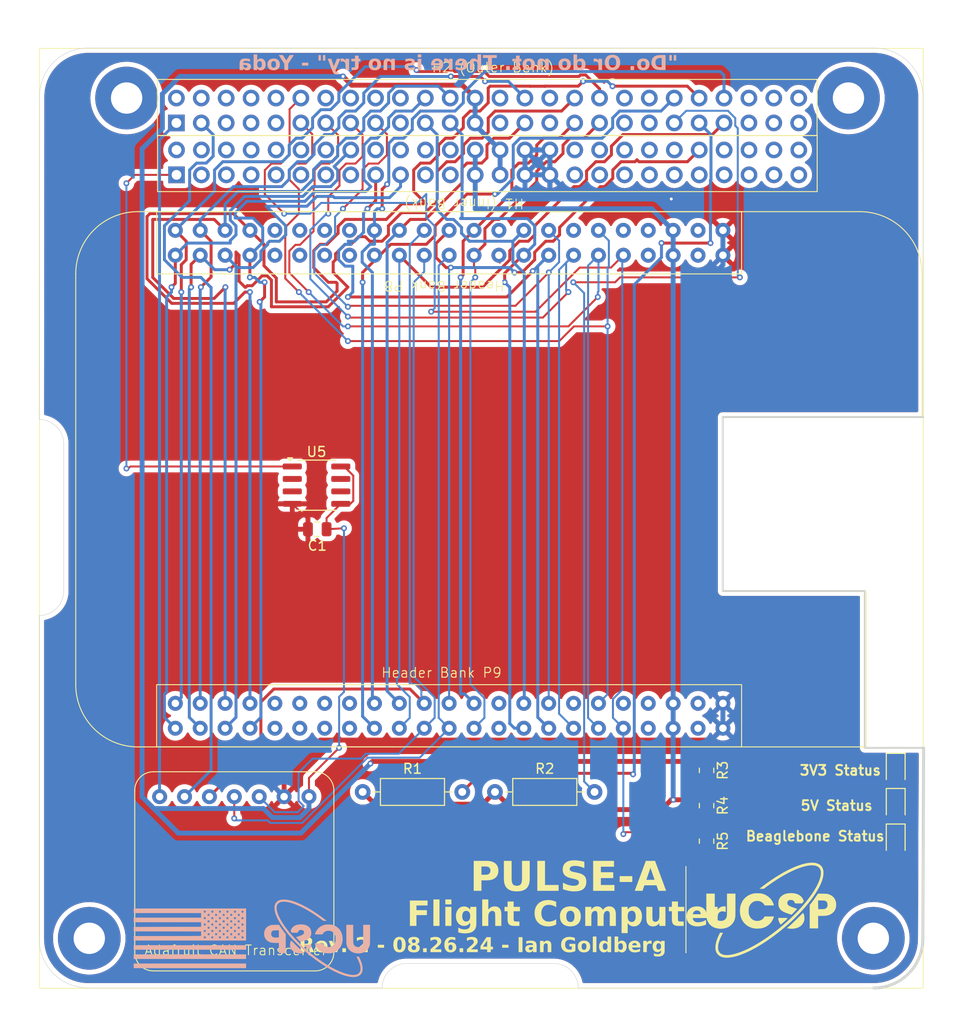
<source format=kicad_pcb>
(kicad_pcb (version 20240108) (generator "pcbnew") (generator_version "8.0")
  (title_block (title "Fight Computer Motherboard - Ian Goldberg"))
  (layers (0 "F.Cu" signal) (31 "B.Cu" signal) (34 "B.Paste" user) (35 "F.Paste" user) (36 "B.SilkS" user "B.Silkscreen") (37 "F.SilkS" user "F.Silkscreen") (38 "B.Mask" user) (39 "F.Mask" user) (44 "Edge.Cuts" user))
  (net 0 "")
  (net 1 "/5V")
  (net 2 "/I2C_SCL")
  (net 3 "/I2C_SDA")
  (net 5 "/GPIO2_1")
  (net 7 "/GPIO2_24")
  (net 8 "/SYS_RESETn")
  (net 9 "/UART_TX")
  (net 11 "/GPIO2_12")
  (net 12 "GND")
  (net 13 "/CAN_SLNT")
  (net 15 "/GPIO2_23")
  (net 16 "/GPIO2_8")
  (net 18 "/GPIO2_10")
  (net 19 "/CAN1_RX")
  (net 21 "/UART_RX")
  (net 22 "/GPIO2_6")
  (net 23 "/GPIO2_7")
  (net 24 "/GPIO1_13")
  (net 25 "/GPIO1_27")
  (net 26 "/GPIO2_9")
  (net 30 "/GPIO2_25")
  (net 31 "/GPIO1_15")
  (net 33 "/GPIO0_7")
  (net 34 "/GPI02_22")
  (net 37 "/GPIO2_13")
  (net 38 "/GPIO1_12")
  (net 39 "/GPIO1_17")
  (net 44 "/CAN1_TX")
  (net 51 "/GPIO1_26")
  (net 53 "/GPIO1_14")
  (net 54 "unconnected-(U1-GPIO1_31-Pad20)")
  (net 64 "/GPIO1_16")
  (net 65 "/CAN_L")
  (net 66 "/3V3")
  (net 67 "/GPIO1_28")
  (net 69 "/CAN_H")
  (net 77 "/CAN_SNLT")
  (net 81 "/GPIO2_11")
  (net 84 "/GPIO1_29")
  (net 98 "/GPIO3_19")
  (net 109 "/GPIO3_20")
  (net 131 "/FC_TEMP")
  (net 133 "Net-(D1-A)")
  (net 134 "Net-(D2-A)")
  (net 135 "Net-(D3-A)")
  (footprint "Resistor_SMD:R_0805_2012Metric" (layer "F.Cu") (at 148.1 147.8 -90)
    (property "Reference" "R3")
    (property "Value" "15")
  )
  (footprint "LED_SMD:LED_0805_2012Metric" (layer "F.Cu") (at 167.4 154.9575 -90)
    (property "Reference" "D3" (hide yes))
    (property "Value" "Beaglebone Ready")
  )
  (footprint "LED_SMD:LED_0805_2012Metric" (layer "F.Cu") (at 167.4 147.7375 -90)
    (property "Reference" "D1" (hide yes))
    (property "Value" "5V Status")
  )
  (footprint "LED_SMD:LED_0805_2012Metric" (layer "F.Cu") (at 167.4 151.3325 -90)
    (property "Reference" "D2" (hide yes))
    (property "Value" "3V3 Status")
  )
  (footprint "Package_SO:SOIC-8_3.9x4.9mm_P1.27mm" (layer "F.Cu") (at 108.3 118.7)
    (property "Reference" "U5")
    (property "Value" "TMP36xS")
  )
  (footprint "Module:BeagleBoneBlackFootprint" (layer "F.Cu") (at 170.09 90.795 180)
    (property "Reference" "U1" (hide yes))
    (property "Value" "~" (hide yes))
  )
  (footprint "Resistor_THT:R_Axial_DIN0207_L6.3mm_D2.5mm_P10.16mm_Horizontal" (layer "F.Cu") (at 113.01 150)
    (property "Reference" "R1")
    (property "Value" "5.6k")
  )
  (footprint "AdafruitCANTransciever:AdafruitCANPal_TJA1051T" (layer "F.Cu") (at 110.07 147.94 180)
    (property "Reference" "U3" (hide yes))
    (property "Value" "~" (hide yes))
  )
  (footprint "Resistor_SMD:R_0805_2012Metric" (layer "F.Cu") (at 148.1 151.395 -90)
    (property "Reference" "R4")
    (property "Value" "15")
  )
  (footprint "LOGO" (layer "F.Cu") (at 154.5 162.1)
    (property "Reference" "G***" (hide yes))
    (property "Value" "LOGO" (hide yes))
  )
  (footprint "PCI104Connector:PCI104ConnectorAttempt#2H1" (layer "F.Cu") (at 80 170.012973)
    (property "Reference" "U2" (hide yes))
    (property "Value" "~" (hide yes))
  )
  (footprint "Resistor_THT:R_Axial_DIN0207_L6.3mm_D2.5mm_P10.16mm_Horizontal" (layer "F.Cu") (at 126.51 150)
    (property "Reference" "R2")
    (property "Value" "5.6k")
  )
  (footprint "Resistor_SMD:R_0805_2012Metric" (layer "F.Cu") (at 148.1 155.02 -90)
    (property "Reference" "R5")
    (property "Value" "15")
  )
  (footprint "PCI104Connector:PCI104ConnectorAttempt#2H2" (layer "F.Cu") (at 80.0125 170.03)
    (property "Reference" "U4" (hide yes))
    (property "Value" "~" (hide yes))
  )
  (footprint "Capacitor_SMD:C_0805_2012Metric" (layer "F.Cu") (at 108.375 123.195 180)
    (property "Reference" "C1")
    (property "Value" "0.1µF")
  )
  (footprint "LOGO" (layer "B.Cu") (at 108.4 164.905473 180)
    (property "Reference" "G***" (hide yes))
    (property "Value" "LOGO" (hide yes))
  )
  (footprint "LOGO" (layer "B.Cu") (at 95.4 164.9 180)
    (property "Reference" "G***" (hide yes))
    (property "Value" "LOGO" (hide yes))
  )
  (gr_line (start 145.996219 157.603781) (end 145.996219 166.414091) (stroke (width 0.1)) (layer "F.SilkS"))
  (gr_line (start 165.17 170) (end 135 170) (stroke (width 0.05)) (layer "Edge.Cuts"))
  (gr_line (start 149.75 129.5) (end 149.75 111.75) (stroke (width 0.2)) (layer "Edge.Cuts"))
  (gr_line (start 80 165) (end 80 132) (stroke (width 0.05)) (layer "Edge.Cuts"))
  (gr_line (start 85.03 74.1) (end 165.2 74.1) (stroke (width 0.05)) (layer "Edge.Cuts"))
  (gr_line (start 85 170) (end 115 170) (stroke (width 0.05)) (layer "Edge.Cuts"))
  (gr_arc (start 115 170) (mid 115.732233 168.232233) (end 117.5 167.5) (stroke (width 0.05)) (layer "Edge.Cuts"))
  (gr_line (start 170.17 165) (end 170.25 145.5) (stroke (width 0.3)) (layer "Edge.Cuts"))
  (gr_line (start 82.5 114.5) (end 82.5 129.5) (stroke (width 0.05)) (layer "Edge.Cuts"))
  (gr_line (start 117.5 167.5) (end 132.5 167.5) (stroke (width 0.05)) (layer "Edge.Cuts"))
  (gr_line (start 170.198915 78.995856) (end 170.200061 111.75) (stroke (width 0.05)) (layer "Edge.Cuts"))
  (gr_arc (start 132.5 167.5) (mid 134.267767 168.232233) (end 135 170) (stroke (width 0.05)) (layer "Edge.Cuts"))
  (gr_line (start 170.25 145.5) (end 164.25 145.5) (stroke (width 0.2)) (layer "Edge.Cuts"))
  (gr_line (start 164.25 129.5) (end 149.75 129.5) (stroke (width 0.2)) (layer "Edge.Cuts"))
  (gr_arc (start 82.5 129.5) (mid 81.767767 131.267767) (end 80 132) (stroke (width 0.05)) (layer "Edge.Cuts"))
  (gr_arc (start 165.2 74.1) (mid 168.69852 75.527835) (end 170.198915 78.995856) (stroke (width 0.05)) (layer "Edge.Cuts"))
  (gr_arc (start 80 112) (mid 81.767767 112.732233) (end 82.5 114.5) (stroke (width 0.05)) (layer "Edge.Cuts"))
  (gr_line (start 149.75 111.75) (end 170.200061 111.75) (stroke (width 0.2)) (layer "Edge.Cuts"))
  (gr_arc (start 80.031539 78.975969) (mid 81.520923 75.502769) (end 85.03 74.1) (stroke (width 0.05)) (layer "Edge.Cuts"))
  (gr_line (start 80.031539 78.975969) (end 80 112) (stroke (width 0.05)) (layer "Edge.Cuts"))
  (gr_arc (start 85 170) (mid 81.464466 168.535534) (end 80 165) (stroke (width 0.05)) (layer "Edge.Cuts"))
  (gr_line (start 164.25 145.5) (end 164.25 129.5) (stroke (width 0.2)) (layer "Edge.Cuts"))
  (gr_arc (start 170.17 165) (mid 168.705534 168.535534) (end 165.17 170) (stroke (width 0.3)) (layer "Edge.Cuts"))
  (gr_text "{dblquote}Do. Or do not. There is no try{dblquote} - Yoda" (at 145.2 76.6 0) (layer "B.SilkS") (effects (font (size 1.5 1.5) (thickness 0.3) (bold yes)) (justify left bottom mirror)))
  (gr_text "PULSE-A" (at 144 160.6 0) (layer "F.SilkS") (effects (font (size 3 3) (thickness 0.6) (bold yes)) (justify right bottom)))
  (gr_text "3V3 Status" (at 157.5 148.3815 0) (layer "F.SilkS") (effects (font (size 1 1) (thickness 0.2) (bold yes)) (justify left bottom)))
  (gr_text "Rev. 2 - 08.26.24 - Ian Goldberg" (at 144 166.6 0) (layer "F.SilkS") (effects (font (size 1.5 1.5) (thickness 0.3) (bold yes)) (justify right bottom)))
  (gr_text "Flight Computer " (at 117.5 164.1 0) (layer "F.SilkS") (effects (font (size 2.54 2.54) (thickness 0.508) (bold yes)) (justify left bottom)))
  (gr_text "5V Status" (at 157.6 151.9765 0) (layer "F.SilkS") (effects (font (size 1 1) (thickness 0.2) (bold yes)) (justify left bottom)))
  (gr_text "Beaglebone Status\n" (at 152 155.1 0) (layer "F.SilkS") (effects (font (size 1 1) (thickness 0.2) (bold yes)) (justify left bottom)))
  (segment (start 128.31 151.8) (end 126.51 150) (width 0.5) (layer "F.Cu") (net 1))
  (segment (start 144.5 150.8) (end 143.5 151.8) (width 0.5) (layer "F.Cu") (net 1))
  (segment (start 114.26 151.25) (end 113.01 150) (width 0.5) (layer "F.Cu") (net 1))
  (segment (start 147.7825 150.8) (end 148.1 150.4825) (width 0.5) (layer "F.Cu") (net 1))
  (segment (start 126.51 150) (end 125.26 151.25) (width 0.5) (layer "F.Cu") (net 1))
  (segment (start 143.5 151.8) (end 128.31 151.8) (width 0.5) (layer "F.Cu") (net 1))
  (segment (start 144.7 150.8) (end 144.5 150.8) (width 0.5) (layer "F.Cu") (net 1))
  (segment (start 125.26 151.25) (end 114.26 151.25) (width 0.5) (layer "F.Cu") (net 1))
  (segment (start 144.7 150.8) (end 147.7825 150.8) (width 0.5) (layer "F.Cu") (net 1))
  (via (at 144.7 150.8) (size 0.6) (drill 0.3) (layers "F.Cu" "B.Cu") (net 1))
  (segment (start 144.7 150.8) (end 144.69 150.79) (width 0.5) (layer "B.Cu") (net 1))
  (segment (start 142.49 90.5) (end 144.25 92.26) (width 0.5) (layer "B.Cu") (net 1))
  (segment (start 124.5 90.5) (end 142.49 90.5) (width 0.5) (layer "B.Cu") (net 1))
  (segment (start 144.69 143.5) (end 144.69 95.24) (width 0.5) (layer "B.Cu") (net 1))
  (segment (start 144.69 150.79) (end 144.69 143.5) (width 0.5) (layer "B.Cu") (net 1))
  (segment (start 124.4925 87.04) (end 124.4925 90.4925) (width 0.5) (layer "B.Cu") (net 1))
  (segment (start 144.69 95.24) (end 144.69 92.7) (width 0.5) (layer "B.Cu") (net 1))
  (segment (start 124.4925 87.04) (end 124.4925 84.5) (width 0.5) (layer "B.Cu") (net 1))
  (segment (start 124.4925 90.4925) (end 124.5 90.5) (width 0.5) (layer "B.Cu") (net 1))
  (segment (start 142.49 90.5) (end 144.69 92.7) (width 0.5) (layer "B.Cu") (net 1))
  (segment (start 126.51 150) (end 126.5 150) (width 0.5) (layer "B.Cu") (net 1))
  (segment (start 140.5 148.1) (end 125.07 148.1) (width 0.3) (layer "F.Cu") (net 2))
  (segment (start 143.5 94) (end 148.5 94) (width 0.3) (layer "F.Cu") (net 2))
  (segment (start 125.07 148.1) (end 123.17 150) (width 0.3) (layer "F.Cu") (net 2))
  (segment (start 140.6 148.2) (end 140.5 148.1) (width 0.3) (layer "F.Cu") (net 2))
  (via (at 148.5 94) (size 0.6) (drill 0.3) (layers "F.Cu" "B.Cu") (net 2))
  (via (at 140.6 148.2) (size 0.6) (drill 0.3) (layers "F.Cu" "B.Cu") (net 2))
  (via (at 143.5 94) (size 0.6) (drill 0.3) (layers "F.Cu" "B.Cu") (net 2))
  (segment (start 148.5525 87.537057) (end 148.5525 82.9425) (width 0.3) (layer "B.Cu") (net 2))
  (segment (start 143.5 95.462606) (end 143.5 94) (width 0.3) (layer "B.Cu") (net 2))
  (segment (start 140.722 98.240606) (end 143.5 95.462606) (width 0.3) (layer "B.Cu") (net 2))
  (segment (start 148.5 94) (end 148.5 87.589557) (width 0.3) (layer "B.Cu") (net 2))
  (segment (start 148.5525 82.9425) (end 147.34 81.73) (width 0.3) (layer "B.Cu") (net 2))
  (segment (start 148.5 87.589557) (end 148.5525 87.537057) (width 0.3) (layer "B.Cu") (net 2))
  (segment (start 140.722 148.078) (end 140.722 98.240606) (width 0.3) (layer "B.Cu") (net 2))
  (segment (start 140.6 148.2) (end 140.722 148.078) (width 0.3) (layer "B.Cu") (net 2))
  (segment (start 139.267895 97.5) (end 151.5 97.5) (width 0.2) (layer "F.Cu") (net 3))
  (segment (start 138.767895 98) (end 139.267895 97.5) (width 0.2) (layer "F.Cu") (net 3))
  (segment (start 134.5 98) (end 138.767895 98) (width 0.2) (layer "F.Cu") (net 3))
  (via (at 134.5 98) (size 0.6) (drill 0.3) (layers "F.Cu" "B.Cu") (net 3))
  (via (at 151.5 97.5) (size 0.6) (drill 0.3) (layers "F.Cu" "B.Cu") (net 3))
  (segment (start 150.276346 80.5) (end 146.03 80.5) (width 0.2) (layer "B.Cu") (net 3))
  (segment (start 135.608 148.938) (end 135.608 99.108) (width 0.2) (layer "B.Cu") (net 3))
  (segment (start 136.67 150) (end 135.608 148.938) (width 0.2) (layer "B.Cu") (net 3))
  (segment (start 151.2825 97.2825) (end 151.2825 82.2825) (width 0.2) (layer "B.Cu") (net 3))
  (segment (start 146.03 80.5) (end 144.8 81.73) (width 0.2) (layer "B.Cu") (net 3))
  (segment (start 151.03 82.03) (end 151.03 81.253654) (width 0.2) (layer "B.Cu") (net 3))
  (segment (start 151.03 81.253654) (end 150.276346 80.5) (width 0.2) (layer "B.Cu") (net 3))
  (segment (start 151.5 97.5) (end 151.2825 97.2825) (width 0.2) (layer "B.Cu") (net 3))
  (segment (start 151.2825 82.2825) (end 151.03 82.03) (width 0.2) (layer "B.Cu") (net 3))
  (segment (start 135.608 99.108) (end 134.5 98) (width 0.2) (layer "B.Cu") (net 3))
  (segment (start 129.340761 95.24) (end 127.5 97.080761) (width 0.3) (layer "F.Cu") (net 5))
  (segment (start 129.45 95.24) (end 129.340761 95.24) (width 0.3) (layer "F.Cu") (net 5))
  (segment (start 127.5 97.080761) (end 127.5 98) (width 0.3) (layer "F.Cu") (net 5))
  (via (at 127.5 98) (size 0.6) (drill 0.3) (layers "F.Cu" "B.Cu") (net 5))
  (segment (start 128.5 143.5) (end 129.45 143.5) (width 0.3) (layer "B.Cu") (net 5))
  (segment (start 127.5 98) (end 128.022 98.522) (width 0.3) (layer "B.Cu") (net 5))
  (segment (start 129.822606 91.5) (end 130.562 92.239394) (width 0.3) (layer "B.Cu") (net 5))
  (segment (start 123.1525 91.3475) (end 123 91.5) (width 0.3) (layer "B.Cu") (net 5))
  (segment (start 128.022 142.978) (end 128 143) (width 0.3) (layer "B.Cu") (net 5))
  (segment (start 130.562 94.128) (end 129.45 95.24) (width 0.3) (layer "B.Cu") (net 5))
  (segment (start 130.562 92.239394) (end 130.562 94.128) (width 0.3) (layer "B.Cu") (net 5))
  (segment (start 123.1525 82.9425) (end 123.1525 91.3475) (width 0.3) (layer "B.Cu") (net 5))
  (segment (start 121.94 81.73) (end 123.1525 82.9425) (width 0.3) (layer "B.Cu") (net 5))
  (segment (start 128 143) (end 128.5 143.5) (width 0.3) (layer "B.Cu") (net 5))
  (segment (start 128.022 98.522) (end 128.022 142.978) (width 0.3) (layer "B.Cu") (net 5))
  (segment (start 123 91.5) (end 129.822606 91.5) (width 0.3) (layer "B.Cu") (net 5))
  (segment (start 130.562 93.160606) (end 129.910606 93.812) (width 0.3) (layer "F.Cu") (net 7))
  (segment (start 149.88 81.73) (end 148.68 82.93) (width 0.3) (layer "F.Cu") (net 7))
  (segment (start 128.022 94.779394) (end 128.022 95.700606) (width 0.3) (layer "F.Cu") (net 7))
  (segment (start 135.8525 87.537057) (end 135.149557 88.24) (width 0.3) (layer "F.Cu") (net 7))
  (segment (start 120.01 98.5) (end 116.75 95.24) (width 0.3) (layer "F.Cu") (net 7))
  (segment (start 148.68 82.93) (end 139.57 82.93) (width 0.3) (layer "F.Cu") (net 7))
  (segment (start 134.561394 88.24) (end 130.562 92.239394) (width 0.3) (layer "F.Cu") (net 7))
  (segment (start 135.149557 88.24) (end 134.561394 88.24) (width 0.3) (layer "F.Cu") (net 7))
  (segment (start 135.8525 86.6475) (end 135.8525 87.537057) (width 0.3) (layer "F.Cu") (net 7))
  (segment (start 128.022 95.700606) (end 125.222606 98.5) (width 0.3) (layer "F.Cu") (net 7))
  (segment (start 139.57 82.93) (end 138.3925 84.1075) (width 0.3) (layer "F.Cu") (net 7))
  (segment (start 136.8 85.7) (end 135.8525 86.6475) (width 0.3) (layer "F.Cu") (net 7))
  (segment (start 137.689557 85.7) (end 136.8 85.7) (width 0.3) (layer "F.Cu") (net 7))
  (segment (start 128.989394 93.812) (end 128.022 94.779394) (width 0.3) (layer "F.Cu") (net 7))
  (segment (start 130.562 92.239394) (end 130.562 93.160606) (width 0.3) (layer "F.Cu") (net 7))
  (segment (start 138.3925 84.997057) (end 137.689557 85.7) (width 0.3) (layer "F.Cu") (net 7))
  (segment (start 125.222606 98.5) (end 120.01 98.5) (width 0.3) (layer "F.Cu") (net 7))
  (segment (start 129.910606 93.812) (end 128.989394 93.812) (width 0.3) (layer "F.Cu") (net 7))
  (segment (start 138.3925 84.1075) (end 138.3925 84.997057) (width 0.3) (layer "F.Cu") (net 7))
  (segment (start 116.75 138.25) (end 116.75 95.24) (width 0.2) (layer "B.Cu") (net 7))
  (segment (start 116.75 143.5) (end 117.812 142.438) (width 0.2) (layer "B.Cu") (net 7))
  (segment (start 116.5 138.5) (end 116.75 138.25) (width 0.2) (layer "B.Cu") (net 7))
  (segment (start 116.5 139) (end 116.5 138.5) (width 0.2) (layer "B.Cu") (net 7))
  (segment (start 117.812 140.312) (end 116.5 139) (width 0.2) (layer "B.Cu") (net 7))
  (segment (start 117.812 142.438) (end 117.812 140.312) (width 0.2) (layer "B.Cu") (net 7))
  (segment (start 139.8025 154.1075) (end 148.1 154.1075) (width 0.2) (layer "F.Cu") (net 8))
  (segment (start 103.0225 89.0225) (end 105 91) (width 0.2) (layer "F.Cu") (net 8))
  (segment (start 106.7 79.19) (end 105.55 80.34) (width 0.2) (layer "F.Cu") (net 8))
  (segment (start 120 101) (end 130.651471 101) (width 0.2) (layer "F.Cu") (net 8))
  (segment (start 135.151471 96.5) (end 138.35 96.5) (width 0.2) (layer "F.Cu") (net 8))
  (segment (start 138.35 96.5) (end 139.61 95.24) (width 0.2) (layer "F.Cu") (net 8))
  (segment (start 105.55 84.988846) (end 104.648846 85.89) (width 0.2) (layer "F.Cu") (net 8))
  (segment (start 139.61 154.3) (end 139.8025 154.1075) (width 0.2) (layer "F.Cu") (net 8))
  (segment (start 104.648846 85.89) (end 103.696154 85.89) (width 0.2) (layer "F.Cu") (net 8))
  (segment (start 130.651471 101) (end 135.151471 96.5) (width 0.2) (layer "F.Cu") (net 8))
  (segment (start 105.55 80.34) (end 105.55 84.988846) (width 0.2) (layer "F.Cu") (net 8))
  (segment (start 103.696154 85.89) (end 103.0225 86.563654) (width 0.2) (layer "F.Cu") (net 8))
  (segment (start 103.0225 86.563654) (end 103.0225 89.0225) (width 0.2) (layer "F.Cu") (net 8))
  (via (at 105 91) (size 0.6) (drill 0.3) (layers "F.Cu" "B.Cu") (net 8))
  (via (at 120 101) (size 0.6) (drill 0.3) (layers "F.Cu" "B.Cu") (net 8))
  (via (at 139.61 154.3) (size 0.6) (drill 0.3) (layers "F.Cu" "B.Cu") (net 8))
  (segment (start 108.767895 89.9) (end 118.6 89.9) (width 0.2) (layer "B.Cu") (net 8))
  (segment (start 139.5 139.568105) (end 138.548 140.520105) (width 0.2) (layer "B.Cu") (net 8))
  (segment (start 107.667895 91) (end 108.767895 89.9) (width 0.2) (layer "B.Cu") (net 8))
  (segment (start 119.5 89) (end 119.5 91.408105) (width 0.2) (layer "B.Cu") (net 8))
  (segment (start 120.352 92.260105) (end 120.352 100.648) (width 0.2) (layer "B.Cu") (net 8))
  (segment (start 139.5 95.4) (end 139.5 139.568105) (width 0.2) (layer "B.Cu") (net 8))
  (segment (start 139.61 154.3) (end 139.61 143.5) (width 0.2) (layer "B.Cu") (net 8))
  (segment (start 118.6 89.9) (end 119.25 89.25) (width 0.2) (layer "B.Cu") (net 8))
  (segment (start 119.5 91.408105) (end 120.352 92.260105) (width 0.2) (layer "B.Cu") (net 8))
  (segment (start 138.548 142.438) (end 139.61 143.5) (width 0.2) (layer "B.Cu") (net 8))
  (segment (start 105 91) (end 107.667895 91) (width 0.2) (layer "B.Cu") (net 8))
  (segment (start 139.61 95.24) (end 139.61 95.29) (width 0.2) (layer "B.Cu") (net 8))
  (segment (start 120.352 100.648) (end 120 101) (width 0.2) (layer "B.Cu") (net 8))
  (segment (start 139.61 95.29) (end 139.5 95.4) (width 0.2) (layer "B.Cu") (net 8))
  (segment (start 119.25 89.25) (end 119.5 89) (width 0.2) (layer "B.Cu") (net 8))
  (segment (start 138.548 140.520105) (end 138.548 142.438) (width 0.2) (layer "B.Cu") (net 8))
  (segment (start 128.2325 88.8375) (end 124.37 92.7) (width 0.3) (layer "F.Cu") (net 9))
  (segment (start 134.64 81.73) (end 133.07 83.3) (width 0.3) (layer "F.Cu") (net 9))
  (segment (start 123.258 93.812) (end 123.258 97.242) (width 0.3) (layer "F.Cu") (net 9))
  (segment (start 130.7725 84.997057) (end 129.929557 85.84) (width 0.3) (layer "F.Cu") (net 9))
  (segment (start 128.2325 86.542943) (end 128.2325 88.8375) (width 0.3) (layer "F.Cu") (net 9))
  (segment (start 130.7725 84.002943) (end 130.7725 84.997057) (width 0.3) (layer "F.Cu") (net 9))
  (segment (start 128.935443 85.84) (end 128.2325 86.542943) (width 0.3) (layer "F.Cu") (net 9))
  (segment (start 131.475443 83.3) (end 130.7725 84.002943) (width 0.3) (layer "F.Cu") (net 9))
  (segment (start 124.37 92.7) (end 123.258 93.812) (width 0.3) (layer "F.Cu") (net 9))
  (segment (start 133.07 83.3) (end 131.475443 83.3) (width 0.3) (layer "F.Cu") (net 9))
  (segment (start 129.929557 85.84) (end 128.935443 85.84) (width 0.3) (layer "F.Cu") (net 9))
  (segment (start 123.258 97.242) (end 123 97.5) (width 0.3) (layer "F.Cu") (net 9))
  (via (at 123 97.5) (size 0.6) (drill 0.3) (layers "F.Cu" "B.Cu") (net 9))
  (segment (start 123.41 140) (end 124.37 140.96) (width 0.3) (layer "B.Cu") (net 9))
  (segment (start 123 97.5) (end 123 140) (width 0.3) (layer "B.Cu") (net 9))
  (segment (start 123 140) (end 123.41 140) (width 0.3) (layer "B.Cu") (net 9))
  (segment (start 121.455443 83.3) (end 120.7525 84.002943) (width 0.3) (layer "F.Cu") (net 11))
  (segment (start 115.412 91.588) (end 111.209394 91.588) (width 0.3) (layer "F.Cu") (net 11))
  (segment (start 99.85 100.15) (end 101 99) (width 0.3) (layer "F.Cu") (net 11))
  (segment (start 120.7525 84.997057) (end 119.909557 85.84) (width 0.3) (layer "F.Cu") (net 11))
  (segment (start 108.018 94.779394) (end 108.018 96.518) (width 0.3) (layer "F.Cu") (net 11))
  (segment (start 138.51 77.99) (end 146.14 77.99) (width 0.3) (layer "F.Cu") (net 11))
  (segment (start 124.977057 80.53) (end 123.982943 80.53) (width 0.3) (layer "F.Cu") (net 11))
  (segment (start 111.209394 91.588) (end 110.5 92.297394) (width 0.3) (layer "F.Cu") (net 11))
  (segment (start 130.067057 78) (end 130.057057 77.99) (width 0.3) (layer "F.Cu") (net 11))
  (segment (start 99.81 91) (end 91.292894 91) (width 0.3) (layer "F.Cu") (net 11))
  (segment (start 102.938 94.128) (end 101.51 92.7) (width 0.3) (layer "F.Cu") (net 11))
  (segment (start 109.372 94.128) (end 108.669394 94.128) (width 0.3) (layer "F.Cu") (net 11))
  (segment (start 135.5 77.5) (end 135.01 77.99) (width 0.3) (layer "F.Cu") (net 11))
  (segment (start 135.01 77.99) (end 131.602943 77.99) (width 0.3) (layer "F.Cu") (net 11))
  (segment (start 110.5 92.297394) (end 110.5 93) (width 0.3) (layer "F.Cu") (net 11))
  (segment (start 131.602943 77.99) (end 131.592943 78) (width 0.3) (layer "F.Cu") (net 11))
  (segment (start 123.28 82.227057) (end 122.207057 83.3) (width 0.3) (layer "F.Cu") (net 11))
  (segment (start 101 99) (end 101.5 99) (width 0.3) (layer "F.Cu") (net 11))
  (segment (start 91.292894 91) (end 91 91.292894) (width 0.3) (layer "F.Cu") (net 11))
  (segment (start 104.197394 97.571049) (end 102.938 96.311655) (width 0.3) (layer "F.Cu") (net 11))
  (segment (start 110.396447 98.896447) (end 109.292894 100) (width 0.3) (layer "F.Cu") (net 11))
  (segment (start 93.523654 100.15) (end 99.85 100.15) (width 0.3) (layer "F.Cu") (net 11))
  (segment (start 122.207057 83.3) (end 121.455443 83.3) (width 0.3) (layer "F.Cu") (net 11))
  (segment (start 120.7525 84.002943) (end 120.7525 84.997057) (width 0.3) (layer "F.Cu") (net 11))
  (segment (start 119.909557 85.84) (end 118.915443 85.84) (width 0.3) (layer "F.Cu") (net 11))
  (segment (start 109.292894 100) (end 104.197394 100) (width 0.3) (layer "F.Cu") (net 11))
  (segment (start 138.5 78) (end 138.51 77.99) (width 0.3) (layer "F.Cu") (net 11))
  (segment (start 110.5 93) (end 109.372 94.128) (width 0.3) (layer "F.Cu") (net 11))
  (segment (start 110.292894 98) (end 110.396447 98.103553) (width 0.3) (layer "F.Cu") (net 11))
  (segment (start 91 97.626346) (end 93.523654 100.15) (width 0.3) (layer "F.Cu") (net 11))
  (segment (start 101.51 92.7) (end 99.81 91) (width 0.3) (layer "F.Cu") (net 11))
  (segment (start 102.938 96.311655) (end 102.938 94.128) (width 0.3) (layer "F.Cu") (net 11))
  (segment (start 146.14 77.99) (end 147.34 79.19) (width 0.3) (layer "F.Cu") (net 11))
  (segment (start 104.197394 100) (end 104.197394 97.571049) (width 0.3) (layer "F.Cu") (net 11))
  (segment (start 125.82 78.18) (end 125.82 79.687057) (width 0.3) (layer "F.Cu") (net 11))
  (segment (start 109.5 98) (end 110.292894 98) (width 0.3) (layer "F.Cu") (net 11))
  (segment (start 123.28 81.232943) (end 123.28 82.227057) (width 0.3) (layer "F.Cu") (net 11))
  (segment (start 108.669394 94.128) (end 108.018 94.779394) (width 0.3) (layer "F.Cu") (net 11))
  (segment (start 117 90) (end 115.412 91.588) (width 0.3) (layer "F.Cu") (net 11))
  (segment (start 118.915443 85.84) (end 118.2125 86.542943) (width 0.3) (layer "F.Cu") (net 11))
  (segment (start 118.2125 88.7125) (end 119.5 90) (width 0.3) (layer "F.Cu") (net 11))
  (segment (start 123.982943 80.53) (end 123.28 81.232943) (width 0.3) (layer "F.Cu") (net 11))
  (segment (start 110.396447 98.103553) (end 110.396447 98.896447) (width 0.3) (layer "F.Cu") (net 11))
  (segment (start 130.057057 77.99) (end 126.01 77.99) (width 0.3) (layer "F.Cu") (net 11))
  (segment (start 131.592943 78) (end 130.067057 78) (width 0.3) (layer "F.Cu") (net 11))
  (segment (start 108.018 96.518) (end 109.5 98) (width 0.3) (layer "F.Cu") (net 11))
  (segment (start 119.5 90) (end 117 90) (width 0.3) (layer "F.Cu") (net 11))
  (segment (start 126.01 77.99) (end 125.82 78.18) (width 0.3) (layer "F.Cu") (net 11))
  (segment (start 125.82 79.687057) (end 124.977057 80.53) (width 0.3) (layer "F.Cu") (net 11))
  (segment (start 118.2125 86.542943) (end 118.2125 88.7125) (width 0.3) (layer "F.Cu") (net 11))
  (segment (start 91 91.292894) (end 91 97.626346) (width 0.3) (layer "F.Cu") (net 11))
  (via (at 101.5 99) (size 0.6) (drill 0.3) (layers "F.Cu" "B.Cu") (net 11))
  (via (at 138.5 78) (size 0.6) (drill 0.3) (layers "F.Cu" "B.Cu") (net 11))
  (via (at 135.5 77.5) (size 0.6) (drill 0.3) (layers "F.Cu" "B.Cu") (net 11))
  (segment (start 101.5 99) (end 101.51 99.01) (width 0.3) (layer "B.Cu") (net 11))
  (segment (start 101.51 99.01) (end 101.51 140.96) (width 0.3) (layer "B.Cu") (net 11))
  (segment (start 135.5 77.5) (end 138 77.5) (width 0.3) (layer "B.Cu") (net 11))
  (segment (start 138.5 78) (end 138.49 77.99) (width 0.3) (layer "B.Cu") (net 11))
  (segment (start 138 77.5) (end 138.5 78) (width 0.3) (layer "B.Cu") (net 11))
  (segment (start 104.99 148.41) (end 104.99 150.48) (width 0.5) (layer "F.Cu") (net 12))
  (segment (start 108.688 144.712) (end 104.99 148.41) (width 0.5) (layer "F.Cu") (net 12))
  (segment (start 146.57 89.5) (end 144.5 89.5) (width 0.5) (layer "F.Cu") (net 12))
  (segment (start 149.77 143.5) (end 148.558 144.712) (width 0.5) (layer "F.Cu") (net 12))
  (segment (start 107.425 122.205) (end 105.825 120.605) (width 0.2) (layer "F.Cu") (net 12))
  (segment (start 107.425 123.195) (end 107.425 122.205) (width 0.2) (layer "F.Cu") (net 12))
  (segment (start 148.558 144.712) (end 108.688 144.712) (width 0.5) (layer "F.Cu") (net 12))
  (segment (start 149.77 92.7) (end 146.57 89.5) (width 0.5) (layer "F.Cu") (net 12))
  (via (at 144.5 89.5) (size 0.6) (drill 0.3) (layers "F.Cu" "B.Cu") (net 12))
  (segment (start 132.1125 87.04) (end 129.5725 87.04) (width 0.5) (layer "B.Cu") (net 12))
  (segment (start 149.77 96.23) (end 149 97) (width 0.5) (layer "B.Cu") (net 12))
  (segment (start 132.1125 87.04) (end 129.5725 84.5) (width 0.5) (layer "B.Cu") (net 12))
  (segment (start 149.77 140.96) (end 149.77 143.5) (width 0.5) (layer "B.Cu") (net 12))
  (segment (start 129.5725 87.04) (end 132.1125 84.5) (width 0.5) (layer "B.Cu") (net 12))
  (segment (start 132.1125 84.5) (end 132.1125 87.04) (width 0.5) (layer "B.Cu") (net 12))
  (segment (start 129.5725 84.5) (end 132.1125 84.5) (width 0.5) (layer "B.Cu") (net 12))
  (segment (start 149.77 95.24) (end 149.77 96.23) (width 0.5) (layer "B.Cu") (net 12))
  (segment (start 149 140.19) (end 149.77 140.96) (width 0.5) (layer "B.Cu") (net 12))
  (segment (start 149 97) (end 149 140.19) (width 0.5) (layer "B.Cu") (net 12))
  (segment (start 134.5725 89.5) (end 132.1125 87.04) (width 0.5) (layer "B.Cu") (net 12))
  (segment (start 149.77 92.7) (end 149.77 95.24) (width 0.5) (layer "B.Cu") (net 12))
  (segment (start 129.5725 87.04) (end 129.5725 84.5) (width 0.5) (layer "B.Cu") (net 12))
  (segment (start 144.5 89.5) (end 134.5725 89.5) (width 0.5) (layer "B.Cu") (net 12))
  (segment (start 97.37 150.48) (end 102.622 145.228) (width 0.3) (layer "F.Cu") (net 13))
  (segment (start 102.622 145.228) (end 102.622 140.815394) (width 0.3) (layer "F.Cu") (net 13))
  (segment (start 102.622 140.815394) (end 103.937394 139.5) (width 0.3) (layer "F.Cu") (net 13))
  (segment (start 103.937394 139.5) (end 117.83 139.5) (width 0.3) (layer "F.Cu") (net 13))
  (segment (start 117.83 139.5) (end 119.29 140.96) (width 0.3) (layer "F.Cu") (net 13))
  (segment (start 119 139.565686) (end 119 140.67) (width 0.2) (layer "B.Cu") (net 13))
  (segment (start 119.29 92.7) (end 117.812 94.178) (width 0.2) (layer "B.Cu") (net 13))
  (segment (start 117.812 94.178) (end 117.812 139) (width 0.2) (layer "B.Cu") (net 13))
  (segment (start 117.812 139) (end 118.434314 139) (width 0.2) (layer "B.Cu") (net 13))
  (segment (start 118.434314 139) (end 119 139.565686) (width 0.2) (layer "B.Cu") (net 13))
  (segment (start 119 140.67) (end 119.29 140.96) (width 0.2) (layer "B.Cu") (net 13))
  (segment (start 115 90.5) (end 115 88.5) (width 0.3) (layer "F.Cu") (net 15))
  (segment (start 115 88.5) (end 115.5 88) (width 0.3) (layer "F.Cu") (net 15))
  (via (at 115 90.5) (size 0.6) (drill 0.3) (layers "F.Cu" "B.Cu") (net 15))
  (via (at 115.5 88) (size 0.6) (drill 0.3) (layers "F.Cu" "B.Cu") (net 15))
  (segment (start 114.21 94.128) (end 113.749394 94.128) (width 0.3) (layer "B.Cu") (net 15))
  (segment (start 112.955 95.955) (end 114 97) (width 0.3) (layer "B.Cu") (net 15))
  (segment (start 114.21 92.7) (end 114.21 90.79) (width 0.3) (layer "B.Cu") (net 15))
  (segment (start 114.21 90.79) (end 114.5 90.5) (width 0.3) (layer "B.Cu") (net 15))
  (segment (start 122.437057 80.53) (end 118.902943 80.53) (width 0.3) (layer "B.Cu") (net 15))
  (segment (start 114.5 90.5) (end 115 90.5) (width 0.3) (layer "B.Cu") (net 15))
  (segment (start 123.28 79.687057) (end 122.437057 80.53) (width 0.3) (layer "B.Cu") (net 15))
  (segment (start 118.0725 81.360443) (end 118.0725 82.4275) (width 0.3) (layer "B.Cu") (net 15))
  (segment (start 116.2 83.3) (end 115.6725 83.8275) (width 0.3) (layer "B.Cu") (net 15))
  (segment (start 114.21 92.7) (end 114.21 94.128) (width 0.3) (layer "B.Cu") (net 15))
  (segment (start 115.6725 83.8275) (end 115.6725 87.537057) (width 0.3) (layer "B.Cu") (net 15))
  (segment (start 125.472943 76.5) (end 123.28 78.692943) (width 0.3) (layer "B.Cu") (net 15))
  (segment (start 114.21 92.29) (end 114.21 92.7) (width 0.3) (layer "B.Cu") (net 15))
  (segment (start 149.88 79.19) (end 149.88 76.88) (width 0.3) (layer "B.Cu") (net 15))
  (segment (start 112.955 94.922394) (end 112.955 95.955) (width 0.3) (layer "B.Cu") (net 15))
  (segment (start 113.749394 94.128) (end 112.955 94.922394) (width 0.3) (layer "B.Cu") (net 15))
  (segment (start 115.6725 87.8275) (end 115.5 88) (width 0.3) (layer "B.Cu") (net 15))
  (segment (start 149.88 76.88) (end 149.5 76.5) (width 0.3) (layer "B.Cu") (net 15))
  (segment (start 149.5 76.5) (end 125.472943 76.5) (width 0.3) (layer "B.Cu") (net 15))
  (segment (start 123.28 78.692943) (end 123.28 79.687057) (width 0.3) (layer "B.Cu") (net 15))
  (segment (start 114 97) (end 114 141.5) (width 0.3) (layer "B.Cu") (net 15))
  (segment (start 118.0725 82.4275) (end 117.2 83.3) (width 0.3) (layer "B.Cu") (net 15))
  (segment (start 117.2 83.3) (end 116.2 83.3) (width 0.3) (layer "B.Cu") (net 15))
  (segment (start 114 141.5) (end 114.21 141.29) (width 0.3) (layer "B.Cu") (net 15))
  (segment (start 115.6725 87.537057) (end 115.6725 87.8275) (width 0.3) (layer "B.Cu") (net 15))
  (segment (start 118.902943 80.53) (end 118.0725 81.360443) (width 0.3) (layer "B.Cu") (net 15))
  (segment (start 97.542 93.812) (end 96.43 92.7) (width 0.3) (layer "F.Cu") (net 16))
  (segment (start 97.542 97.458) (end 97.542 93.812) (width 0.3) (layer "F.Cu") (net 16))
  (segment (start 125 77) (end 125.5 77.5) (width 0.3) (layer "F.Cu") (net 16))
  (segment (start 122 77) (end 125 77) (width 0.3) (layer "F.Cu") (net 16))
  (segment (start 96.5 98.5) (end 97.542 97.458) (width 0.3) (layer "F.Cu") (net 16))
  (via (at 96.5 98.5) (size 0.6) (drill 0.3) (layers "F.Cu" "B.Cu") (net 16))
  (via (at 122 77) (size 0.6) (drill 0.3) (layers "F.Cu" "B.Cu") (net 16))
  (via (at 125.5 77.5) (size 0.6) (drill 0.3) (layers "F.Cu" "B.Cu") (net 16))
  (segment (start 113.12 79.687057) (end 113.12 78.692943) (width 0.3) (layer "B.Cu") (net 16))
  (segment (start 96.43 140.96) (end 96.43 98.57) (width 0.3) (layer "B.Cu") (net 16))
  (segment (start 105.5125 86.542943) (end 106.355443 85.7) (width 0.3) (layer "B.Cu") (net 16))
  (segment (start 113.12 78.692943) (end 114.812943 77) (width 0.3) (layer "B.Cu") (net 16))
  (segment (start 114.812943 77) (end 122 77) (width 0.3) (layer "B.Cu") (net 16))
  (segment (start 112.277057 80.53) (end 113.12 79.687057) (width 0.3) (layer "B.Cu") (net 16))
  (segment (start 111.282943 80.53) (end 112.277057 80.53) (width 0.3) (layer "B.Cu") (net 16))
  (segment (start 110.58 81.232943) (end 111.282943 80.53) (width 0.3) (layer "B.Cu") (net 16))
  (segment (start 96.43 98.57) (end 96.5 98.5) (width 0.3) (layer "B.Cu") (net 16))
  (segment (start 99.81237 88.24) (end 104.76 88.24) (width 0.3) (layer "B.Cu") (net 16))
  (segment (start 104.76 88.24) (end 105.5125 87.4875) (width 0.3) (layer "B.Cu") (net 16))
  (segment (start 107.3 85.7) (end 108.0525 84.9475) (width 0.3) (layer "B.Cu") (net 16))
  (segment (start 108.0525 84.9475) (end 108.0525 84.002943) (width 0.3) (layer "B.Cu") (net 16))
  (segment (start 96.43 92.7) (end 96.43 91.62237) (width 0.3) (layer "B.Cu") (net 16))
  (segment (start 110.58 82.227057) (end 110.58 81.232943) (width 0.3) (layer "B.Cu") (net 16))
  (segment (start 105.5125 87.4875) (end 105.5125 86.542943) (width 0.3) (layer "B.Cu") (net 16))
  (segment (start 108.0525 84.002943) (end 109.125443 82.93) (width 0.3) (layer "B.Cu") (net 16))
  (segment (start 96.43 91.62237) (end 99.81237 88.24) (width 0.3) (layer "B.Cu") (net 16))
  (segment (start 106.355443 85.7) (end 107.3 85.7) (width 0.3) (layer "B.Cu") (net 16))
  (segment (start 125.5 77.5) (end 127.87 77.5) (width 0.3) (layer "B.Cu") (net 16))
  (segment (start 109.877057 82.93) (end 110.58 82.227057) (width 0.3) (layer "B.Cu") (net 16))
  (segment (start 109.125443 82.93) (end 109.877057 82.93) (width 0.3) (layer "B.Cu") (net 16))
  (segment (start 127.87 77.5) (end 129.56 79.19) (width 0.3) (layer "B.Cu") (net 16))
  (segment (start 98.97 92.7) (end 97.858 91.588) (width 0.3) (layer "F.Cu") (net 18))
  (segment (start 91.588 91.588) (end 91.588 97.507239) (width 0.3) (layer "F.Cu") (net 18))
  (segment (start 97.85 99.65) (end 99 98.5) (width 0.3) (layer "F.Cu") (net 18))
  (segment (start 97.858 91.588) (end 91.588 91.588) (width 0.3) (layer "F.Cu") (net 18))
  (segment (start 91.588 97.507239) (end 93.730761 99.65) (width 0.3) (layer "F.Cu") (net 18))
  (segment (start 93.730761 99.65) (end 97.85 99.65) (width 0.3) (layer "F.Cu") (net 18))
  (via (at 99 98.5) (size 0.6) (drill 0.3) (layers "F.Cu" "B.Cu") (net 18))
  (segment (start 98.97 92.7) (end 98.97 90.03) (width 0.3) (layer "B.Cu") (net 18))
  (segment (start 120.74 77.99) (end 121.94 79.19) (width 0.3) (layer "B.Cu") (net 18))
  (segment (start 116.362943 77.99) (end 120.74 77.99) (width 0.3) (layer "B.Cu") (net 18))
  (segment (start 99 98.5) (end 98.97 98.53) (width 0.3) (layer "B.Cu") (net 18))
  (segment (start 115.66 79.687057) (end 115.66 78.692943) (width 0.3) (layer "B.Cu") (net 18))
  (segment (start 109.885394 85.7) (end 110.4525 85.132894) (width 0.3) (layer "B.Cu") (net 18))
  (segment (start 98.97 92.97) (end 99 93) (width 0.3) (layer "B.Cu") (net 18))
  (segment (start 108.8 85.7) (end 109.885394 85.7) (width 0.3) (layer "B.Cu") (net 18))
  (segment (start 108 87.449557) (end 108 86.5) (width 0.3) (layer "B.Cu") (net 18))
  (segment (start 110.4525 84.142943) (end 111.295443 83.3) (width 0.3) (layer "B.Cu") (net 18))
  (segment (start 113.822943 80.53) (end 114.817057 80.53) (width 0.3) (layer "B.Cu") (net 18))
  (segment (start 114.817057 80.53) (end 115.66 79.687057) (width 0.3) (layer "B.Cu") (net 18))
  (segment (start 111.295443 83.3) (end 112.289557 83.3) (width 0.3) (layer "B.Cu") (net 18))
  (segment (start 98.97 90.03) (end 100.26 88.74) (width 0.3) (layer "B.Cu") (net 18))
  (segment (start 110.4525 85.132894) (end 110.4525 84.142943) (width 0.3) (layer "B.Cu") (net 18))
  (segment (start 113.12 81.232943) (end 113.822943 80.53) (width 0.3) (layer "B.Cu") (net 18))
  (segment (start 100.26 88.74) (end 106.709557 88.74) (width 0.3) (layer "B.Cu") (net 18))
  (segment (start 112.289557 83.3) (end 113.12 82.469557) (width 0.3) (layer "B.Cu") (net 18))
  (segment (start 98.97 92.7) (end 98.97 92.97) (width 0.3) (layer "B.Cu") (net 18))
  (segment (start 108 86.5) (end 108.8 85.7) (width 0.3) (layer "B.Cu") (net 18))
  (segment (start 115.66 78.692943) (end 116.362943 77.99) (width 0.3) (layer "B.Cu") (net 18))
  (segment (start 98.97 98.53) (end 98.97 140.96) (width 0.3) (layer "B.Cu") (net 18))
  (segment (start 106.709557 88.74) (end 108 87.449557) (width 0.3) (layer "B.Cu") (net 18))
  (segment (start 113.12 82.469557) (end 113.12 81.232943) (width 0.3) (layer "B.Cu") (net 18))
  (segment (start 99.9 152.42) (end 99.91 152.41) (width 0.2) (layer "F.Cu") (net 19))
  (segment (start 99.91 152.41) (end 99.91 150.48) (width 0.2) (layer "F.Cu") (net 19))
  (segment (start 99.9 152.7) (end 99.9 152.42) (width 0.2) (layer "F.Cu") (net 19))
  (via (at 99.9 152.7) (size 0.6) (drill 0.3) (layers "F.Cu" "B.Cu") (net 19))
  (segment (start 120.768 142.438) (end 121.83 143.5) (width 0.2) (layer "B.Cu") (net 19))
  (segment (start 103.314364 152.9) (end 103.575416 153.161052) (width 0.2) (layer "B.Cu") (net 19))
  (segment (start 120.768 96.302) (end 120.768 142.438) (width 0.2) (layer "B.Cu") (net 19))
  (segment (start 121.83 95.24) (end 120.768 96.302) (width 0.2) (layer "B.Cu") (net 19))
  (segment (start 103.575416 153.161052) (end 106.838948 153.161052) (width 0.2) (layer "B.Cu") (net 19))
  (segment (start 113.5 146.5) (end 118.83 146.5) (width 0.2) (layer "B.Cu") (net 19))
  (segment (start 106.838948 153.161052) (end 113.5 146.5) (width 0.2) (layer "B.Cu") (net 19))
  (segment (start 118.83 146.5) (end 121.83 143.5) (width 0.2) (layer "B.Cu") (net 19))
  (segment (start 100.1 152.9) (end 103.314364 152.9) (width 0.2) (layer "B.Cu") (net 19))
  (segment (start 99.9 152.7) (end 100.1 152.9) (width 0.2) (layer "B.Cu") (net 19))
  (segment (start 130.7725 86.682943) (end 130.7725 87.7275) (width 0.3) (layer "F.Cu") (net 21))
  (segment (start 132.609557 85.7) (end 131.755443 85.7) (width 0.3) (layer "F.Cu") (net 21))
  (segment (start 133.4525 84.002943) (end 133.4525 84.857057) (width 0.3) (layer "F.Cu") (net 21))
  (segment (start 125.482 92.518) (end 125.482 94.128) (width 0.3) (layer "F.Cu") (net 21))
  (segment (start 126.412 91.588) (end 125.482 92.518) (width 0.3) (layer "F.Cu") (net 21))
  (segment (start 133.4525 84.857057) (end 132.609557 85.7) (width 0.3) (layer "F.Cu") (net 21))
  (segment (start 131.755443 85.7) (end 130.7725 86.682943) (width 0.3) (layer "F.Cu") (net 21))
  (segment (start 124.37 96.37) (end 124.37 95.24) (width 0.2) (layer "F.Cu") (net 21))
  (segment (start 135.61 83.3) (end 134.155443 83.3) (width 0.3) (layer "F.Cu") (net 21))
  (segment (start 137.18 81.73) (end 135.61 83.3) (width 0.3) (layer "F.Cu") (net 21))
  (segment (start 124.5 97.5) (end 124.5 96.5) (width 0.2) (layer "F.Cu") (net 21))
  (segment (start 134.155443 83.3) (end 133.4525 84.002943) (width 0.3) (layer "F.Cu") (net 21))
  (segment (start 125.482 94.128) (end 124.37 95.24) (width 0.3) (layer "F.Cu") (net 21))
  (segment (start 124.5 96.5) (end 124.37 96.37) (width 0.2) (layer "F.Cu") (net 21))
  (segment (start 130.7725 87.7275) (end 126.912 91.588) (width 0.3) (layer "F.Cu") (net 21))
  (segment (start 126.912 91.588) (end 126.412 91.588) (width 0.3) (layer "F.Cu") (net 21))
  (via (at 124.5 97.5) (size 0.6) (drill 0.3) (layers "F.Cu" "B.Cu") (net 21))
  (segment (start 125.432 142.438) (end 125.432 140.432) (width 0.2) (layer "B.Cu") (net 21))
  (segment (start 124 139) (end 124 98) (width 0.2) (layer "B.Cu") (net 21))
  (segment (start 125.432 140.432) (end 124 139) (width 0.2) (layer "B.Cu") (net 21))
  (segment (start 124.37 143.5) (end 125.432 142.438) (width 0.2) (layer "B.Cu") (net 21))
  (segment (start 124 98) (end 124.5 97.5) (width 0.2) (layer "B.Cu") (net 21))
  (segment (start 125.419239 76.5) (end 125.919239 77) (width 0.3) (layer "F.Cu") (net 22))
  (segment (start 135.080761 77) (end 135.230761 76.85) (width 0.3) (layer "F.Cu") (net 22))
  (segment (start 122.419239 76.5) (end 125.419239 76.5) (width 0.3) (layer "F.Cu") (net 22))
  (segment (start 135.230761 76.85) (end 135.769239 76.85) (width 0.3) (layer "F.Cu") (net 22))
  (segment (start 95.002 95.700606) (end 95.002 93.812) (width 0.3) (layer "F.Cu") (net 22))
  (segment (start 94.5 96.202606) (end 95.002 95.700606) (width 0.3) (layer "F.Cu") (net 22))
  (segment (start 121.580761 76.5) (end 121.730761 76.35) (width 0.3) (layer "F.Cu") (net 22))
  (segment (start 125.919239 77) (end 135.080761 77) (width 0.3) (layer "F.Cu") (net 22))
  (segment (start 137.18 78.260761) (end 137.18 79.19) (width 0.3) (layer "F.Cu") (net 22))
  (segment (start 135.769239 76.85) (end 137.18 78.260761) (width 0.3) (layer "F.Cu") (net 22))
  (segment (start 95.002 93.812) (end 93.89 92.7) (width 0.3) (layer "F.Cu") (net 22))
  (segment (start 94.5 99) (end 94.5 96.202606) (width 0.3) (layer "F.Cu") (net 22))
  (segment (start 118.65 76.5) (end 121.580761 76.5) (width 0.3) (layer "F.Cu") (net 22))
  (segment (start 118.5 76.35) (end 118.65 76.5) (width 0.3) (layer "F.Cu") (net 22))
  (segment (start 121.730761 76.35) (end 122.269239 76.35) (width 0.3) (layer "F.Cu") (net 22))
  (segment (start 122.269239 76.35) (end 122.419239 76.5) (width 0.3) (layer "F.Cu") (net 22))
  (via (at 94.5 99) (size 0.6) (drill 0.3) (layers "F.Cu" "B.Cu") (net 22))
  (via (at 118.5 76.35) (size 0.6) (drill 0.3) (layers "F.Cu" "B.Cu") (net 22))
  (segment (start 98.735443 85.7) (end 97.8925 86.542943) (width 0.3) (layer "B.Cu") (net 22))
  (segment (start 107.9 81.232943) (end 107.9 82.227057) (width 0.3) (layer "B.Cu") (net 22))
  (segment (start 93.89 140.96) (end 94.5 140.35) (width 0.3) (layer "B.Cu") (net 22))
  (segment (start 105.5125 84.002943) (end 105.5125 84.997057) (width 0.3) (layer "B.Cu") (net 22))
  (segment (start 106.827057 83.3) (end 106.215443 83.3) (width 0.3) (layer "B.Cu") (net 22))
  (segment (start 94.5 140.35) (end 94.5 99) (width 0.3) (layer "B.Cu") (net 22))
  (segment (start 110.58 78.692943) (end 110.58 79.547057) (width 0.3) (layer "B.Cu") (net 22))
  (segment (start 110.58 79.547057) (end 109.737057 80.39) (width 0.3) (layer "B.Cu") (net 22))
  (segment (start 104.809557 85.7) (end 98.735443 85.7) (width 0.3) (layer "B.Cu") (net 22))
  (segment (start 97.8925 88.6975) (end 93.89 92.7) (width 0.3) (layer "B.Cu") (net 22))
  (segment (start 106.215443 83.3) (end 105.5125 84.002943) (width 0.3) (layer "B.Cu") (net 22))
  (segment (start 113.272943 76) (end 110.58 78.692943) (width 0.3) (layer "B.Cu") (net 22))
  (segment (start 118.5 76.35) (end 118.15 76) (width 0.3) (layer "B.Cu") (net 22))
  (segment (start 105.5125 84.997057) (end 104.809557 85.7) (width 0.3) (layer "B.Cu") (net 22))
  (segment (start 108.742943 80.39) (end 107.9 81.232943) (width 0.3) (layer "B.Cu") (net 22))
  (segment (start 118.15 76) (end 113.272943 76) (width 0.3) (layer "B.Cu") (net 22))
  (segment (start 97.8925 86.542943) (end 97.8925 88.6975) (width 0.3) (layer "B.Cu") (net 22))
  (segment (start 107.9 82.227057) (end 106.827057 83.3) (width 0.3) (layer "B.Cu") (net 22))
  (segment (start 109.737057 80.39) (end 108.742943 80.39) (width 0.3) (layer "B.Cu") (net 22))
  (segment (start 93.5 98.5) (end 93.89 98.11) (width 0.3) (layer "F.Cu") (net 23))
  (segment (start 93.5 98.5) (end 93.39 98.39) (width 0.3) (layer "F.Cu") (net 23))
  (segment (start 93.89 98.11) (end 93.89 95.24) (width 0.3) (layer "F.Cu") (net 23))
  (via (at 93.5 98.5) (size 0.6) (drill 0.3) (layers "F.Cu" "B.Cu") (net 23))
  (segment (start 99.5 90.707106) (end 99.5 91.657394) (width 0.3) (layer "B.Cu") (net 23))
  (segment (start 109.749557 88.24) (end 107.916663 88.24) (width 0.3) (layer "B.Cu") (net 23))
  (segment (start 99.5 91.657394) (end 100.082 92.239394) (width 0.3) (layer "B.Cu") (net 23))
  (segment (start 107.916663 88.24) (end 106.916663 89.24) (width 0.3) (layer "B.Cu") (net 23))
  (segment (start 100.082 93.160606) (end 99.5 93.742606) (width 0.3) (layer "B.Cu") (net 23))
  (segment (start 99.5 94) (end 95.13 94) (width 0.3) (layer "B.Cu") (net 23))
  (segment (start 92.778 139.999394) (end 93 139.777394) (width 0.3) (layer "B.Cu") (net 23))
  (segment (start 110.101028 86.191472) (end 110.4525 86.542943) (width 0.3) (layer "B.Cu") (net 23))
  (segment (start 93.89 143.5) (end 92.778 142.388) (width 0.3) (layer "B.Cu") (net 23))
  (segment (start 92.778 142.388) (end 92.778 139.999394) (width 0.3) (layer "B.Cu") (net 23))
  (segment (start 106.916663 89.24) (end 100.967106 89.24) (width 0.3) (layer "B.Cu") (net 23))
  (segment (start 93.5 99) (end 93.5 98.5) (width 0.3) (layer "B.Cu") (net 23))
  (segment (start 100.082 92.239394) (end 100.082 93.160606) (width 0.3) (layer "B.Cu") (net 23))
  (segment (start 93 99.5) (end 93.5 99) (width 0.3) (layer "B.Cu") (net 23))
  (segment (start 99.5 93.742606) (end 99.5 94) (width 0.3) (layer "B.Cu") (net 23))
  (segment (start 110.4525 87.537057) (end 109.749557 88.24) (width 0.3) (layer "B.Cu") (net 23))
  (segment (start 100.967106 89.24) (end 99.5 90.707106) (width 0.3) (layer "B.Cu") (net 23))
  (segment (start 93 139.777394) (end 93 99.5) (width 0.3) (layer "B.Cu") (net 23))
  (segment (start 111.7925 84.5) (end 110.101028 86.191472) (width 0.3) (layer "B.Cu") (net 23))
  (segment (start 95.13 94) (end 93.89 95.24) (width 0.3) (layer "B.Cu") (net 23))
  (segment (start 110.4525 86.542943) (end 110.4525 87.537057) (width 0.3) (layer "B.Cu") (net 23))
  (segment (start 107.188846 85.89) (end 107.8625 85.216346) (width 0.2) (layer "F.Cu") (net 24))
  (segment (start 106.5 91) (end 106.5 88.5) (width 0.2) (layer "F.Cu") (net 24))
  (segment (start 107.8625 82.8925) (end 106.7 81.73) (width 0.2) (layer "F.Cu") (net 24))
  (segment (start 107.8625 85.216346) (end 107.8625 82.8925) (width 0.2) (layer "F.Cu") (net 24))
  (segment (start 106.5 91) (end 105.112 92.388) (width 0.2) (layer "F.Cu") (net 24))
  (segment (start 106.5 88.5) (end 105.5625 87.5625) (width 0.2) (layer "F.Cu") (net 24))
  (segment (start 105.5625 87.5625) (end 105.5625 86.563654) (width 0.2) (layer "F.Cu") (net 24))
  (segment (start 105.112 92.388) (end 105.112 97.612) (width 0.2) (layer "F.Cu") (net 24))
  (segment (start 134.565686 102.5) (end 138 102.5) (width 0.2) (layer "F.Cu") (net 24))
  (segment (start 133.065686 104) (end 134.565686 102.5) (width 0.2) (layer "F.Cu") (net 24))
  (segment (start 111.5 104) (end 133.065686 104) (width 0.2) (layer "F.Cu") (net 24))
  (segment (start 105.5625 86.563654) (end 106.236154 85.89) (width 0.2) (layer "F.Cu") (net 24))
  (segment (start 105.112 97.612) (end 106.5 99) (width 0.2) (layer "F.Cu") (net 24))
  (segment (start 106.236154 85.89) (end 107.188846 85.89) (width 0.2) (layer "F.Cu") (net 24))
  (via (at 138 102.5) (size 0.6) (drill 0.3) (layers "F.Cu" "B.Cu") (net 24))
  (via (at 106.5 99) (size 0.6) (drill 0.3) (layers "F.Cu" "B.Cu") (net 24))
  (via (at 111.5 104) (size 0.6) (drill 0.3) (layers "F.Cu" "B.Cu") (net 24))
  (segment (start 138 140.03) (end 137.07 140.96) (width 0.2) (layer "B.Cu") (net 24))
  (segment (start 138 96.5) (end 138 140.03) (width 0.2) (layer "B.Cu") (net 24))
  (segment (start 137.07 92.7) (end 138.132 93.762) (width 0.2) (layer "B.Cu") (net 24))
  (segment (start 106.5 99) (end 111.5 104) (width 0.2) (layer "B.Cu") (net 24))
  (segment (start 138.132 96.368) (end 138 96.5) (width 0.2) (layer "B.Cu") (net 24))
  (segment (start 138.132 93.762) (end 138.132 96.368) (width 0.2) (layer "B.Cu") (net 24))
  (segment (start 120.6125 90.6125) (end 121.588 91.588) (width 0.3) (layer "B.Cu") (net 25))
  (segment (start 129.45 92.7) (end 128.338 93.812) (width 0.3) (layer "B.Cu") (net 25))
  (segment (start 129.5 140.91) (end 129.45 140.96) (width 0.3) (layer "B.Cu") (net 25))
  (segment (start 119.4 81.73) (end 120.6125 82.9425) (width 0.3) (layer "B.Cu") (net 25))
  (segment (start 123.097394 93) (end 123.909394 93.812) (width 0.3) (layer "B.Cu") (net 25))
  (segment (start 121.588 91.588) (end 122.290606 91.588) (width 0.3) (layer "B.Cu") (net 25))
  (segment (start 123.909394 93.812) (end 128.338 93.812) (width 0.3) (layer "B.Cu") (net 25))
  (segment (start 123.097394 92.394788) (end 123.097394 93) (width 0.3) (layer "B.Cu") (net 25))
  (segment (start 128.338 95.918761) (end 129.5 97.080761) (width 0.3) (layer "B.Cu") (net 25))
  (segment (start 128.338 93.812) (end 128.338 95.918761) (width 0.3) (layer "B.Cu") (net 25))
  (segment (start 129.5 97.080761) (end 129.5 140.91) (width 0.3) (layer "B.Cu") (net 25))
  (segment (start 120.6125 82.9425) (end 120.6125 90.6125) (width 0.3) (layer "B.Cu") (net 25))
  (segment (start 122.290606 91.588) (end 123.097394 92.394788) (width 0.3) (layer "B.Cu") (net 25))
  (segment (start 96.43 95.24) (end 95.5 96.17) (width 0.3) (layer "F.Cu") (net 26))
  (segment (start 103.269239 97.35) (end 102.730761 97.35) (width 0.3) (layer "F.Cu") (net 26))
  (segment (start 101.730762 98.35) (end 101.230761 98.35) (width 0.3) (layer "F.Cu") (net 26))
  (segment (start 112.592606 93.35) (end 111.814606 94.128) (width 0.3) (layer "F.Cu") (net 26))
  (segment (start 110.242 95.095394) (end 110.242 95.700606) (width 0.3) (layer "F.Cu") (net 26))
  (segment (start 102.730761 97.35) (end 101.730762 98.35) (width 0.3) (layer "F.Cu") (net 26))
  (segment (start 101.08076 98.5) (end 101 98.5) (width 0.3) (layer "F.Cu") (net 26))
  (segment (start 123.2925 84.857057) (end 122.449557 85.7) (width 0.3) (layer "F.Cu") (net 26))
  (segment (start 115.638 92.239394) (end 115.638 93.160606) (width 0.3) (layer "F.Cu") (net 26))
  (segment (start 123.995443 83.3) (end 123.2925 84.002943) (width 0.3) (layer "F.Cu") (net 26))
  (segment (start 123.2925 84.002943) (end 123.2925 84.857057) (width 0.3) (layer "F.Cu") (net 26))
  (segment (start 120.6125 86.682943) (end 120.6125 89.680394) (width 0.3) (layer "F.Cu") (net 26))
  (segment (start 125.82 82.680001) (end 125.200001 83.3) (width 0.3) (layer "F.Cu") (net 26))
  (segment (start 95.5 96.5) (end 95.5 98.5) (width 0.3) (layer "F.Cu") (net 26))
  (segment (start 120.6125 89.680394) (end 119.396447 90.896447) (width 0.3) (layer "F.Cu") (net 26))
  (segment (start 111.814606 94.128) (end 111.209394 94.128) (width 0.3) (layer "F.Cu") (net 26))
  (segment (start 134.64 79.19) (end 133.3 80.53) (width 0.3) (layer "F.Cu") (net 26))
  (segment (start 122.449557 85.7) (end 121.595443 85.7) (width 0.3) (layer "F.Cu") (net 26))
  (segment (start 103.697394 97.778155) (end 103.269239 97.35) (width 0.3) (layer "F.Cu") (net 26))
  (segment (start 116.980947 90.896447) (end 115.638 92.239394) (width 0.3) (layer "F.Cu") (net 26))
  (segment (start 103.697394 100.5) (end 103.697394 97.778155) (width 0.3) (layer "F.Cu") (net 26))
  (segment (start 114.986606 93.812) (end 113.731239 93.812) (width 0.3) (layer "F.Cu") (net 26))
  (segment (start 111.209394 94.128) (end 110.242 95.095394) (width 0.3) (layer "F.Cu") (net 26))
  (segment (start 100.398 95.234) (end 100.082 94.918) (width 0.3) (layer "F.Cu") (net 26))
  (segment (start 125.82 81.232943) (end 125.82 82.680001) (width 0.3) (layer "F.Cu") (net 26))
  (segment (start 110 97) (end 111.5 98.5) (width 0.3) (layer "F.Cu") (net 26))
  (segment (start 101.230761 98.35) (end 101.08076 98.5) (width 0.3) (layer "F.Cu") (net 26))
  (segment (start 109.5 100.5) (end 103.697394 100.5) (width 0.3) (layer "F.Cu") (net 26))
  (segment (start 121.595443 85.7) (end 120.6125 86.682943) (width 0.3) (layer "F.Cu") (net 26))
  (segment (start 125.200001 83.3) (end 123.995443 83.3) (width 0.3) (layer "F.Cu") (net 26))
  (segment (start 133.3 80.53) (end 126.522943 80.53) (width 0.3) (layer "F.Cu") (net 26))
  (segment (start 100.082 94.918) (end 100.082 96.066) (width 0.3) (layer "F.Cu") (net 26))
  (segment (start 101 98.5) (end 100.398 97.898) (width 0.3) (layer "F.Cu") (net 26))
  (segment (start 110.242 95.700606) (end 110 95.942606) (width 0.3) (layer "F.Cu") (net 26))
  (segment (start 115.638 93.160606) (end 114.986606 93.812) (width 0.3) (layer "F.Cu") (net 26))
  (segment (start 113.731239 93.812) (end 113.269239 93.35) (width 0.3) (layer "F.Cu") (net 26))
  (segment (start 100.398 97.898) (end 100.398 95.234) (width 0.3) (layer "F.Cu") (net 26))
  (segment (start 126.522943 80.53) (end 125.82 81.232943) (width 0.3) (layer "F.Cu") (net 26))
  (segment (start 100.082 96.066) (end 99.432 96.716) (width 0.3) (layer "F.Cu") (net 26))
  (segment (start 113.269239 93.35) (end 112.592606 93.35) (width 0.3) (layer "F.Cu") (net 26))
  (segment (start 119.396447 90.896447) (end 116.980947 90.896447) (width 0.3) (layer "F.Cu") (net 26))
  (segment (start 110 95.942606) (end 110 97) (width 0.3) (layer "F.Cu") (net 26))
  (segment (start 111.5 98.5) (end 109.5 100.5) (width 0.3) (layer "F.Cu") (net 26))
  (segment (start 95.5 96.17) (end 95.5 96.5) (width 0.3) (layer "F.Cu") (net 26))
  (via (at 99.432 96.716) (size 0.6) (drill 0.3) (layers "F.Cu" "B.Cu") (net 26))
  (via (at 95.5 98.5) (size 0.6) (drill 0.3) (layers "F.Cu" "B.Cu") (net 26))
  (segment (start 95.5 98.5) (end 95.318 98.682) (width 0.3) (layer "B.Cu") (net 26))
  (segment (start 95.318 98.682) (end 95.318 142.388) (width 0.3) (layer "B.Cu") (net 26))
  (segment (start 96.43 143.5) (end 96.5 143.5) (width 0.3) (layer "B.Cu") (net 26))
  (segment (start 97.906 96.716) (end 96.43 95.24) (width 0.3) (layer "B.Cu") (net 26))
  (segment (start 99.432 96.716) (end 97.906 96.716) (width 0.3) (layer "B.Cu") (net 26))
  (segment (start 95.318 142.388) (end 96.43 143.5) (width 0.3) (layer "B.Cu") (net 26))
  (segment (start 123.641394 89) (end 120.402 92.239394) (width 0.3) (layer "F.Cu") (net 30))
  (segment (start 120.402 92.239394) (end 120.402 93.226) (width 0.3) (layer "F.Cu") (net 30))
  (segment (start 114.21 95.79) (end 114.21 95.24) (width 0.3) (layer "F.Cu") (net 30))
  (segment (start 113 97) (end 114.21 95.79) (width 0.3) (layer "F.Cu") (net 30))
  (segment (start 113 98) (end 113 97) (width 0.3) (layer "F.Cu") (net 30))
  (segment (start 120.402 93.226) (end 119.5 94.128) (width 0.3) (layer "F.Cu") (net 30))
  (segment (start 114.76 95.24) (end 114.21 95.24) (width 0.3) (layer "F.Cu") (net 30))
  (segment (start 119.5 94.128) (end 115.872 94.128) (width 0.3) (layer "F.Cu") (net 30))
  (segment (start 126.5 89) (end 123.641394 89) (width 0.3) (layer "F.Cu") (net 30))
  (segment (start 115.872 94.128) (end 114.76 95.24) (width 0.3) (layer "F.Cu") (net 30))
  (via (at 126.5 89) (size 0.6) (drill 0.3) (layers "F.Cu" "B.Cu") (net 30))
  (via (at 113 98) (size 0.6) (drill 0.3) (layers "F.Cu" "B.Cu") (net 30))
  (segment (start 129.075443 83.3) (end 128.3725 84.002943) (width 0.3) (layer "B.Cu") (net 30))
  (segment (start 113 142.29) (end 114.21 143.5) (width 0.3) (layer "B.Cu") (net 30))
  (segment (start 113 98) (end 113 142.29) (width 0.3) (layer "B.Cu") (net 30))
  (segment (start 126.769557 89) (end 126.5 89) (width 0.3) (layer "B.Cu") (net 30))
  (segment (start 138.52 81.232943) (end 138.52 82.227057) (width 0.3) (layer "B.Cu") (net 30))
  (segment (start 138.52 82.227057) (end 137.447057 83.3) (width 0.3) (layer "B.Cu") (net 30))
  (segment (start 143.46 80.53) (end 139.222943 80.53) (width 0.3) (layer "B.Cu") (net 30))
  (segment (start 144.8 79.19) (end 143.46 80.53) (width 0.3) (layer "B.Cu") (net 30))
  (segment (start 139.222943 80.53) (end 138.52 81.232943) (width 0.3) (layer "B.Cu") (net 30))
  (segment (start 128.3725 87.397057) (end 126.769557 89) (width 0.3) (layer "B.Cu") (net 30))
  (segment (start 128.3725 84.002943) (end 128.3725 87.397057) (width 0.3) (layer "B.Cu") (net 30))
  (segment (start 137.447057 83.3) (end 129.075443 83.3) (width 0.3) (layer "B.Cu") (net 30))
  (segment (start 111.5 100.5) (end 111.6 100.4) (width 0.2) (layer "F.Cu") (net 31))
  (segment (start 115.4825 85.0175) (end 115.4825 82.8925) (width 0.2) (layer "F.Cu") (net 31))
  (segment (start 113 88.5) (end 113 86.5) (width 0.2) (layer "F.Cu") (net 31))
  (segment (start 111.6 100.4) (end 128.6 100.4) (width 0.2) (layer "F.Cu") (net 31))
  (segment (start 128.6 100.4) (end 132 97) (width 0.2) (layer "F.Cu") (net 31))
  (segment (start 113.61 85.89) (end 114.61 85.89) (width 0.2) (layer "F.Cu") (net 31))
  (segment (start 114.61 85.89) (end 115.4825 85.0175) (width 0.2) (layer "F.Cu") (net 31))
  (segment (start 115.4825 82.8925) (end 114.32 81.73) (width 0.2) (layer "F.Cu") (net 31))
  (segment (start 113 86.5) (end 113.61 85.89) (width 0.2) (layer "F.Cu") (net 31))
  (segment (start 111 90.5) (end 113 88.5) (width 0.2) (layer "F.Cu") (net 31))
  (via (at 111 90.5) (size 0.6) (drill 0.3) (layers "F.Cu" "B.Cu") (net 31))
  (via (at 111.5 100.5) (size 0.6) (drill 0.3) (layers "F.Cu" "B.Cu") (net 31))
  (via (at 132 97) (size 0.6) (drill 0.3) (layers "F.Cu" "B.Cu") (net 31))
  (segment (start 133.052 93.762) (end 133.052 95.948) (width 0.2) (layer "B.Cu") (net 31))
  (segment (start 111 90.5) (end 110.192 91.308) (width 0.2) (layer "B.Cu") (net 31))
  (segment (start 109.153895 94.178) (end 108.690105 94.178) (width 0.2) (layer "B.Cu") (net 31))
  (segment (start 110.192 91.308) (end 110.192 93.139895) (width 0.2) (layer "B.Cu") (net 31))
  (segment (start 108.690105 94.178) (end 108.068 94.800105) (width 0.2) (layer "B.Cu") (net 31))
  (segment (start 131.99 97.01) (end 131.99 140.96) (width 0.2) (layer "B.Cu") (net 31))
  (segment (start 131.99 92.7) (end 133.052 93.762) (width 0.2) (layer "B.Cu") (net 31))
  (segment (start 108.068 94.800105) (end 108.068 97.068) (width 0.2) (layer "B.Cu") (net 31))
  (segment (start 108.068 97.068) (end 111.5 100.5) (width 0.2) (layer "B.Cu") (net 31))
  (segment (start 109.153895 94.178) (end 110.192 93.139895) (width 0.2) (layer "B.Cu") (net 31))
  (segment (start 133.052 95.948) (end 132 97) (width 0.2) (layer "B.Cu") (net 31))
  (segment (start 132 97) (end 131.99 97.01) (width 0.2) (layer "B.Cu") (net 31))
  (segment (start 102.622 94.835106) (end 102.622 95.700606) (width 0.3) (layer "B.Cu") (net 33))
  (segment (start 116.8725 88.242081) (end 115.744581 89.37) (width 0.3) (layer "B.Cu") (net 33))
  (segment (start 110.13 89.37) (end 110 89.24) (width 0.3) (layer "B.Cu") (net 33))
  (segment (start 116.8725 87.04) (end 116.8725 88.242081) (width 0.3) (layer "B.Cu") (net 33))
  (segment (start 103.310606 94.1465) (end 102.622 94.835106) (width 0.3) (layer "B.Cu") (net 33))
  (segment (start 104.510606 93.812) (end 103.498606 93.812) (width 0.3) (layer "B.Cu") (net 33))
  (segment (start 101.822606 96.5) (end 100.23 96.5) (width 0.3) (layer "B.Cu") (net 33))
  (segment (start 102.622 95.700606) (end 101.822606 96.5) (width 0.3) (layer "B.Cu") (net 33))
  (segment (start 100.23 96.5) (end 100.082 96.352) (width 0.3) (layer "B.Cu") (net 33))
  (segment (start 98.97 143.5) (end 100.082 142.388) (width 0.3) (layer "B.Cu") (net 33))
  (segment (start 100.082 96.352) (end 98.97 95.24) (width 0.3) (layer "B.Cu") (net 33))
  (segment (start 103.498606 93.812) (end 103.310606 94) (width 0.3) (layer "B.Cu") (net 33))
  (segment (start 108.330875 89.24) (end 107.330875 90.24) (width 0.3) (layer "B.Cu") (net 33))
  (segment (start 105.162 92.239394) (end 105.162 93.160606) (width 0.3) (layer "B.Cu") (net 33))
  (segment (start 103.310606 94) (end 103.310606 94.1465) (width 0.3) (layer "B.Cu") (net 33))
  (segment (start 103.162606 90.24) (end 105.162 92.239394) (width 0.3) (layer "B.Cu") (net 33))
  (segment (start 107.330875 90.24) (end 103.162606 90.24) (width 0.3) (layer "B.Cu") (net 33))
  (segment (start 105.162 93.160606) (end 104.510606 93.812) (width 0.3) (layer "B.Cu") (net 33))
  (segment (start 110 89.24) (end 108.330875 89.24) (width 0.3) (layer "B.Cu") (net 33))
  (segment (start 100.082 142.388) (end 100.082 96.352) (width 0.3) (layer "B.Cu") (net 33))
  (segment (start 115.744581 89.37) (end 110.13 89.37) (width 0.3) (layer "B.Cu") (net 33))
  (segment (start 123.1525 86.347499) (end 123.1525 87.8475) (width 0.3) (layer "F.Cu") (net 34))
  (segment (start 123.659999 85.84) (end 123.1525 86.347499) (width 0.3) (layer "F.Cu") (net 34))
  (segment (start 125.6925 85.307499) (end 125.159999 85.84) (width 0.3) (layer "F.Cu") (net 34))
  (segment (start 125.159999 85.84) (end 123.659999 85.84) (width 0.3) (layer "F.Cu") (net 34))
  (segment (start 125.6925 83.997057) (end 125.6925 85.307499) (width 0.3) (layer "F.Cu") (net 34))
  (segment (start 127.99 83.3) (end 126.389557 83.3) (width 0.3) (layer "F.Cu") (net 34))
  (segment (start 117.862 91.588) (end 116.75 92.7) (width 0.3) (layer "F.Cu") (net 34))
  (segment (start 129.56 81.73) (end 127.99 83.3) (width 0.3) (layer "F.Cu") (net 34))
  (segment (start 123.1525 87.8475) (end 119.412 91.588) (width 0.3) (layer "F.Cu") (net 34))
  (segment (start 126.389557 83.3) (end 125.6925 83.997057) (width 0.3) (layer "F.Cu") (net 34))
  (segment (start 119.412 91.588) (end 117.862 91.588) (width 0.3) (layer "F.Cu") (net 34))
  (segment (start 115.5 93.95) (end 115.5 139.71) (width 0.3) (layer "B.Cu") (net 34))
  (segment (start 115.5 139.71) (end 116.75 140.96) (width 0.3) (layer "B.Cu") (net 34))
  (segment (start 116.75 92.7) (end 115.5 93.95) (width 0.3) (layer "B.Cu") (net 34))
  (segment (start 102.5 100) (end 103 99.5) (width 0.3) (layer "F.Cu") (net 37))
  (segment (start 101.5 95.25) (end 101.51 95.24) (width 0.3) (layer "F.Cu") (net 37))
  (segment (start 103 99.5) (end 103 98) (width 0.3) (layer "F.Cu") (net 37))
  (segment (start 101.5 97.5) (end 101.5 95.25) (width 0.3) (layer "F.Cu") (net 37))
  (via (at 101.5 97.5) (size 0.6) (drill 0.3) (layers "F.Cu" "B.Cu") (net 37))
  (via (at 102.5 100) (size 0.6) (drill 0.3) (layers "F.Cu" "B.Cu") (net 37))
  (via (at 103 98) (size 0.6) (drill 0.3) (layers "F.Cu" "B.Cu") (net 37))
  (segment (start 102.810606 93.939394) (end 101.51 95.24) (width 0.3) (layer "B.Cu") (net 37))
  (segment (start 113.1325 84.002943) (end 113.1325 87.537057) (width 0.3) (layer "B.Cu") (net 37))
  (segment (start 103 98) (end 102.5 98) (width 0.3) (layer "B.Cu") (net 37))
  (segment (start 114.5 83.3) (end 113.835443 83.3) (width 0.3) (layer "B.Cu") (net 37))
  (segment (start 102.5 98) (end 102 97.5) (width 0.3) (layer "B.Cu") (net 37))
  (segment (start 118.06 80.53) (end 116.362943 80.53) (width 0.3) (layer "B.Cu") (net 37))
  (segment (start 102.810606 92.428) (end 102.810606 93.939394) (width 0.3) (layer "B.Cu") (net 37))
  (segment (start 100 90.914212) (end 100 91.450288) (width 0.3) (layer "B.Cu") (net 37))
  (segment (start 119.4 79.19) (end 118.06 80.53) (width 0.3) (layer "B.Cu") (net 37))
  (segment (start 100 91.450288) (end 101.832894 91.450288) (width 0.3) (layer "B.Cu") (net 37))
  (segment (start 101.832894 91.450288) (end 102.810606 92.428) (width 0.3) (layer "B.Cu") (net 37))
  (segment (start 113.335443 88.74) (end 108.123769 88.74) (width 0.3) (layer "B.Cu") (net 37))
  (segment (start 101.174212 89.74) (end 100 90.914212) (width 0.3) (layer "B.Cu") (net 37))
  (segment (start 102 97.5) (end 101.5 97.5) (width 0.3) (layer "B.Cu") (net 37))
  (segment (start 116.362943 80.53) (end 115.66 81.232943) (width 0.3) (layer "B.Cu") (net 37))
  (segment (start 102.622 100.122) (end 102.5 100) (width 0.3) (layer "B.Cu") (net 37))
  (segment (start 107.123769 89.74) (end 101.174212 89.74) (width 0.3) (layer "B.Cu") (net 37))
  (segment (start 102.622 142.388) (end 102.622 100.122) (width 0.3) (layer "B.Cu") (net 37))
  (segment (start 115.66 82.14) (end 114.5 83.3) (width 0.3) (layer "B.Cu") (net 37))
  (segment (start 113.1325 87.537057) (end 113.835443 88.24) (width 0.3) (layer "B.Cu") (net 37))
  (segment (start 113.835443 83.3) (end 113.1325 84.002943) (width 0.3) (layer "B.Cu") (net 37))
  (segment (start 108.123769 88.74) (end 107.123769 89.74) (width 0.3) (layer "B.Cu") (net 37))
  (segment (start 113.835443 88.24) (end 113.335443 88.74) (width 0.3) (layer "B.Cu") (net 37))
  (segment (start 115.66 81.232943) (end 115.66 82.14) (width 0.3) (layer "B.Cu") (net 37))
  (segment (start 101.51 143.5) (end 102.622 142.388) (width 0.3) (layer "B.Cu") (net 37))
  (segment (start 108 88.205) (end 108 92.791895) (width 0.2) (layer "F.Cu") (net 38))
  (segment (start 106.150105 94.178) (end 105.528 94.800105) (width 0.2) (layer "F.Cu") (net 38))
  (segment (start 109.24 81.73) (end 110.5 82.99) (width 0.2) (layer "F.Cu") (net 38))
  (segment (start 105.528 97.028) (end 107.5 99) (width 0.2) (layer "F.Cu") (net 38))
  (segment (start 134 102.5) (end 137 99.5) (width 0.2) (layer "F.Cu") (net 38))
  (segment (start 108.776154 85.89) (end 108.1025 86.563654) (width 0.2) (layer "F.Cu") (net 38))
  (segment (start 108.1025 86.563654) (end 108.1025 88.1025) (width 0.2) (layer "F.Cu") (net 38))
  (segment (start 109.61 85.89) (end 108.776154 85.89) (width 0.2) (layer "F.Cu") (net 38))
  (segment (start 111.5 102.5) (end 134 102.5) (width 0.2) (layer "F.Cu") (net 38))
  (segment (start 108 92.791895) (end 106.613895 94.178) (width 0.2) (layer "F.Cu") (net 38))
  (segment (start 110.5 85) (end 109.61 85.89) (width 0.2) (layer "F.Cu") (net 38))
  (segment (start 110.5 82.99) (end 110.5 85) (width 0.2) (layer "F.Cu") (net 38))
  (segment (start 108.1025 88.1025) (end 108 88.205) (width 0.2) (layer "F.Cu") (net 38))
  (segment (start 105.528 94.800105) (end 105.528 97.028) (width 0.2) (layer "F.Cu") (net 38))
  (segment (start 106.613895 94.178) (end 106.150105 94.178) (width 0.2) (layer "F.Cu") (net 38))
  (via (at 137 99.5) (size 0.6) (drill 0.3) (layers "F.Cu" "B.Cu") (net 38))
  (via (at 107.5 99) (size 0.6) (drill 0.3) (layers "F.Cu" "B.Cu") (net 38))
  (via (at 111.5 102.5) (size 0.6) (drill 0.3) (layers "F.Cu" "B.Cu") (net 38))
  (segment (start 137.07 95.24) (end 136.008 96.302) (width 0.2) (layer "B.Cu") (net 38))
  (segment (start 136.008 96.302) (end 136.008 142.438) (width 0.2) (layer "B.Cu") (net 38))
  (segment (start 137 99) (end 137.07 98.93) (width 0.2) (layer "B.Cu") (net 38))
  (segment (start 111 102.5) (end 111.5 102.5) (width 0.2) (layer "B.Cu") (net 38))
  (segment (start 137.07 98.93) (end 137.07 95.24) (width 0.2) (layer "B.Cu") (net 38))
  (segment (start 136.008 142.438) (end 137.07 143.5) (width 0.2) (layer "B.Cu") (net 38))
  (segment (start 107.5 99) (end 111 102.5) (width 0.2) (layer "B.Cu") (net 38))
  (segment (start 137 99.5) (end 137 99) (width 0.2) (layer "B.Cu") (net 38))
  (segment (start 120.5 95.482606) (end 120.5 94.03) (width 0.3) (layer "F.Cu") (net 39))
  (segment (start 140.8 85.7) (end 141 85.5) (width 0.3) (layer "F.Cu") (net 39))
  (segment (start 122 96.5) (end 121.517394 96.5) (width 0.3) (layer "F.Cu") (net 39))
  (segment (start 141.2 85.7) (end 146.1525 85.7) (width 0.3) (layer "F.Cu") (net 39))
  (segment (start 129.262606 97) (end 130.562 95.700606) (width 0.3) (layer "F.Cu") (net 39))
  (segment (start 132.450606 93.812) (end 133.102 93.160606) (width 0.3) (layer "F.Cu") (net 39))
  (segment (start 121.517394 96.5) (end 120.5 95.482606) (width 0.3) (layer "F.Cu") (net 39))
  (segment (start 133.102 92.398) (end 137.26 88.24) (width 0.3) (layer "F.Cu") (net 39))
  (segment (start 131.688 93.812) (end 132.450606 93.812) (width 0.3) (layer "F.Cu") (net 39))
  (segment (start 138.5325 87.397057) (end 138.5325 86.542943) (width 0.3) (layer "F.Cu") (net 39))
  (segment (start 120.5 94.03) (end 121.83 92.7) (width 0.3) (layer "F.Cu") (net 39))
  (segment (start 141 85.5) (end 141.2 85.7) (width 0.3) (layer "F.Cu") (net 39))
  (segment (start 130.562 95.700606) (end 130.562 94.938) (width 0.3) (layer "F.Cu") (net 39))
  (segment (start 128.5 97) (end 129.262606 97) (width 0.3) (layer "F.Cu") (net 39))
  (segment (start 138.5325 86.542943) (end 139.375443 85.7) (width 0.3) (layer "F.Cu") (net 39))
  (segment (start 133.102 93.160606) (end 133.102 92.398) (width 0.3) (layer "F.Cu") (net 39))
  (segment (start 137.689557 88.24) (end 138.5325 87.397057) (width 0.3) (layer "F.Cu") (net 39))
  (segment (start 137.26 88.24) (end 137.689557 88.24) (width 0.3) (layer "F.Cu") (net 39))
  (segment (start 130.562 94.938) (end 131.688 93.812) (width 0.3) (layer "F.Cu") (net 39))
  (segment (start 139.375443 85.7) (end 140.8 85.7) (width 0.3) (layer "F.Cu") (net 39))
  (segment (start 146.1525 85.7) (end 147.3525 84.5) (width 0.3) (layer "F.Cu") (net 39))
  (via (at 128.5 97) (size 0.6) (drill 0.3) (layers "F.Cu" "B.Cu") (net 39))
  (via (at 122 96.5) (size 0.6) (drill 0.3) (layers "F.Cu" "B.Cu") (net 39))
  (segment (start 122 96.5) (end 121.83 96.67) (width 0.2) (layer "B.Cu") (net 39))
  (segment (start 122 96.5) (end 128 96.5) (width 0.3) (layer "B.Cu") (net 39))
  (segment (start 121.83 96.67) (end 121.83 140.96) (width 0.2) (layer "B.Cu") (net 39))
  (segment (start 128 96.5) (end 128.5 97) (width 0.3) (layer "B.Cu") (net 39))
  (segment (start 119.29 143.5) (end 120.352 142.438) (width 0.2) (layer "B.Cu") (net 44))
  (segment (start 119.29 143.5) (end 116.69 146.1) (width 0.2) (layer "B.Cu") (net 44))
  (segment (start 107.9 146.6) (end 106.468 148.032) (width 0.2) (layer "B.Cu") (net 44))
  (segment (start 106.98 151.431895) (end 106.98 151.464364) (width 0.2) (layer "B.Cu") (net 44))
  (segment (start 106.468 148.032) (end 106.468 150.919895) (width 0.2) (layer "B.Cu") (net 44))
  (segment (start 119.29 96.922) (end 119.29 95.24) (width 0.2) (layer "B.Cu") (net 44))
  (segment (start 120.352 142.438) (end 120.352 140.352) (width 0.2) (layer "B.Cu") (net 44))
  (segment (start 116.69 146.1) (end 113.334314 146.1) (width 0.2) (layer "B.Cu") (net 44))
  (segment (start 118.212 138.212) (end 118.212 98) (width 0.2) (layer "B.Cu") (net 44))
  (segment (start 120.352 140.352) (end 118.212 138.212) (width 0.2) (layer "B.Cu") (net 44))
  (segment (start 106.98 151.464364) (end 106.383312 152.061052) (width 0.2) (layer "B.Cu") (net 44))
  (segment (start 104.031052 152.061052) (end 102.45 150.48) (width 0.2) (layer "B.Cu") (net 44))
  (segment (start 106.468 150.919895) (end 106.98 151.431895) (width 0.2) (layer "B.Cu") (net 44))
  (segment (start 118.212 98) (end 119.29 96.922) (width 0.2) (layer "B.Cu") (net 44))
  (segment (start 112.834314 146.6) (end 107.9 146.6) (width 0.2) (layer "B.Cu") (net 44))
  (segment (start 106.383312 152.061052) (end 104.031052 152.061052) (width 0.2) (layer "B.Cu") (net 44))
  (segment (start 113.334314 146.1) (end 112.834314 146.6) (width 0.2) (layer "B.Cu") (net 44))
  (segment (start 110.6425 86.563654) (end 111.316154 85.89) (width 0.2) (layer "F.Cu") (net 51))
  (segment (start 111.316154 85.89) (end 112.268846 85.89) (width 0.2) (layer "F.Cu") (net 51))
  (segment (start 109.5 89.285) (end 110.6425 88.1425) (width 0.2) (layer "F.Cu") (net 51))
  (segment (start 113 85.158846) (end 113 82.95) (width 0.2) (layer "F.Cu") (net 51))
  (segment (start 112.268846 85.89) (end 113 85.158846) (width 0.2) (layer "F.Cu") (net 51))
  (segment (start 109.5 91) (end 109.5 89.285) (width 0.2) (layer "F.Cu") (net 51))
  (segment (start 110.6425 88.1425) (end 110.6425 86.563654) (width 0.2) (layer "F.Cu") (net 51))
  (segment (start 111.6 101.6) (end 131.4 101.6) (width 0.2) (layer "F.Cu") (net 51))
  (segment (start 113 82.95) (end 111.78 81.73) (width 0.2) (layer "F.Cu") (net 51))
  (segment (start 131.4 101.6) (end 134 99) (width 0.2) (layer "F.Cu") (net 51))
  (segment (start 111.5 101.5) (end 111.6 101.6) (width 0.2) (layer "F.Cu") (net 51))
  (via (at 134 99) (size 0.6) (drill 0.3) (layers "F.Cu" "B.Cu") (net 51))
  (via (at 111.5 101.5) (size 0.6) (drill 0.3) (layers "F.Cu" "B.Cu") (net 51))
  (via (at 109.5 91) (size 0.6) (drill 0.3) (layers "F.Cu" "B.Cu") (net 51))
  (segment (start 107.668 97.668) (end 111.5 101.5) (width 0.2) (layer "B.Cu") (net 51))
  (segment (start 134.53 95.24) (end 133.052 96.718) (width 0.2) (layer "B.Cu") (net 51))
  (segment (start 133.052 96.718) (end 133.052 142.022) (width 0.2) (layer "B.Cu") (net 51))
  (segment (start 133.052 142.022) (end 134.53 143.5) (width 0.2) (layer "B.Cu") (net 51))
  (segment (start 134 99) (end 133.768001 98.768001) (width 0.2) (layer "B.Cu") (net 51))
  (segment (start 109.328105 91) (end 107.668 92.660105) (width 0.2) (layer "B.Cu") (net 51))
  (segment (start 133.768001 98.768001) (end 133.768001 96.001999) (width 0.2) (layer "B.Cu") (net 51))
  (segment (start 107.668 92.660105) (end 107.668 97.668) (width 0.2) (layer "B.Cu") (net 51))
  (segment (start 133.768001 96.001999) (end 134.53 95.24) (width 0.2) (layer "B.Cu") (net 51))
  (segment (start 109.5 91) (end 109.328105 91) (width 0.2) (layer "B.Cu") (net 51))
  (segment (start 113.5 90.5) (end 114.3325 89.6675) (width 0.3) (layer "F.Cu") (net 53))
  (segment (start 130.365 96.865) (end 127.73 99.5) (width 0.3) (layer "F.Cu") (net 53))
  (segment (start 114.3325 89.6675) (end 114.3325 87.04) (width 0.3) (layer "F.Cu") (net 53))
  (segment (start 127.73 99.5) (end 111.5 99.5) (width 0.3) (layer "F.Cu") (net 53))
  (via (at 113.5 90.5) (size 0.6) (drill 0.3) (layers "F.Cu" "B.Cu") (net 53))
  (via (at 130.365 96.865) (size 0.6) (drill 0.3) (layers "F.Cu" "B.Cu") (net 53))
  (via (at 111.5 99.5) (size 0.6) (drill 0.3) (layers "F.Cu" "B.Cu") (net 53))
  (segment (start 111.209394 94.128) (end 111.841394 94.128) (width 0.3) (layer "B.Cu") (net 53))
  (segment (start 113.098 92.902) (end 113.098 90.902) (width 0.3) (layer "B.Cu") (net 53))
  (segment (start 111.841394 94.128) (end 111.525394 93.812) (width 0.3) (layer "B.Cu") (net 53))
  (segment (start 113.098 90.902) (end 113.5 90.5) (width 0.3) (layer "B.Cu") (net 53))
  (segment (start 130.878 142.388) (end 131.99 143.5) (width 0.3) (layer "B.Cu") (net 53))
  (segment (start 111.5 99.5) (end 112 99) (width 0.3) (layer "B.Cu") (net 53))
  (segment (start 112.188 93.812) (end 113.098 92.902) (width 0.3) (layer "B.Cu") (net 53))
  (segment (start 112 96.352) (end 111.209394 96.352) (width 0.3) (layer "B.Cu") (net 53))
  (segment (start 130.878 96.352) (end 130.878 142.388) (width 0.3) (layer "B.Cu") (net 53))
  (segment (start 111.525394 93.812) (end 112.188 93.812) (width 0.3) (layer "B.Cu") (net 53))
  (segment (start 110.558 94.779394) (end 111.209394 94.128) (width 0.3) (layer "B.Cu") (net 53))
  (segment (start 131.99 95.24) (end 130.878 96.352) (width 0.3) (layer "B.Cu") (net 53))
  (segment (start 111.209394 96.352) (end 110.558 95.700606) (width 0.3) (layer "B.Cu") (net 53))
  (segment (start 112 99) (end 112 96.352) (width 0.3) (layer "B.Cu") (net 53))
  (segment (start 110.558 95.700606) (end 110.558 94.779394) (width 0.3) (layer "B.Cu") (net 53))
  (segment (start 130.365 96.865) (end 131.99 95.24) (width 0.3) (layer "B.Cu") (net 53))
  (segment (start 126.91 95.91) (end 127 96) (width 0.2) (layer "F.Cu") (net 54))
  (segment (start 92.278 150.468) (end 92.29 150.48) (width 0.3) (layer "B.Cu") (net 65))
  (segment (start 94 81.73) (end 92.278 83.452) (width 0.3) (layer "B.Cu") (net 65))
  (segment (start 92.278 83.452) (end 92.278 150.468) (width 0.3) (layer "B.Cu") (net 65))
  (segment (start 111.195 123.195) (end 111.2 123.2) (width 0.2) (layer "F.Cu") (net 66))
  (segment (start 110.775 120.605) (end 111.749999 120.605) (width 0.2) (layer "F.Cu") (net 66))
  (segment (start 111.749999 120.605) (end 112.05 120.304999) (width 0.2) (layer "F.Cu") (net 66))
  (segment (start 107.53 148.57) (end 107.53 150.48) (width 0.2) (layer "F.Cu") (net 66))
  (segment (start 109.325 122.055) (end 110.775 120.605) (width 0.2) (layer "F.Cu") (net 66))
  (segment (start 109.325 123.195) (end 111.1 123.1) (width 0.2) (layer "F.Cu") (net 66))
  (segment (start 110.6 145.5) (end 107.53 148.57) (width 0.2) (layer "F.Cu") (net 66))
  (segment (start 112.05 117.724448) (end 111.120552 116.795) (width 0.2) (layer "F.Cu") (net 66))
  (segment (start 109.325 123.195) (end 109.325 122.055) (width 0.2) (layer "F.Cu") (net 66))
  (segment (start 111.120552 116.795) (end 110.775 116.795) (width 0.2) (layer "F.Cu") (net 66))
  (segment (start 123.18 77.89) (end 124.48 79.19) (width 0.5) (layer "F.Cu") (net 66))
  (segment (start 127.0325 84.5) (end 127.0325 84.2825) (width 0.5) (layer "F.Cu") (net 66))
  (segment (start 112.05 120.304999) (end 112.05 117.724448) (width 0.2) (layer "F.Cu") (net 66))
  (segment (start 111 77) (end 111.89 77.89) (width 0.5) (layer "F.Cu") (net 66))
  (segment (start 111.1 123.1) (end 111.195 123.195) (width 0.2) (layer "F.Cu") (net 66))
  (segment (start 114.0125 146.8875) (end 148.1 146.8875) (width 0.5) (layer "F.Cu") (net 66))
  (segment (start 113.8 147.1) (end 114.0125 146.8875) (width 0.5) (layer "F.Cu") (net 66))
  (segment (start 111.89 77.89) (end 123.18 77.89) (width 0.5) (layer "F.Cu") (net 66))
  (via (at 110.6 145.5) (size 0.6) (drill 0.3) (layers "F.Cu" "B.Cu") (net 66))
  (via (at 113.8 147.1) (size 0.6) (drill 0.3) (layers "F.Cu" "B.Cu") (net 66))
  (via (at 111 77) (size 0.6) (drill 0.3) (layers "F.Cu" "B.Cu") (net 66))
  (via (at 111.1 123.1) (size 0.6) (drill 0.3) (layers "F.Cu" "B.Cu") (net 66))
  (segment (start 113.8 147.1) (end 106.7 154.2) (width 0.5) (layer "B.Cu") (net 66))
  (segment (start 91.45 151.45) (end 91.692 151.692) (width 0.5) (layer "B.Cu") (net 66))
  (segment (start 111 77) (end 94.351522 77) (width 0.5) (layer "B.Cu") (net 66))
  (segment (start 92.57 82.311472) (end 90.5 84.381472) (width 0.5) (layer "B.Cu") (net 66))
  (segment (start 111.1 123.1) (end 111.1 139.8) (width 0.2) (layer "B.Cu") (net 66))
  (segment (start 90.5 150.5) (end 91.45 151.45) (width 0.5) (layer "B.Cu") (net 66))
  (segment (start 103.803234 152.611052) (end 106.61113 152.611052) (width 0.5) (layer "B.Cu") (net 66))
  (segment (start 124.48 79.19) (end 124.48 81.9475) (width 0.5) (layer "B.Cu") (net 66))
  (segment (start 102.884182 151.692) (end 103.803234 152.611052) (width 0.5) (layer "B.Cu") (net 66))
  (segment (start 94.351522 77) (end 92.57 78.781522) (width 0.5) (layer "B.Cu") (net 66))
  (segment (start 94.2 154.2) (end 91.45 151.45) (width 0.5) (layer "B.Cu") (net 66))
  (segment (start 90.5 84.381472) (end 90.5 150.5) (width 0.5) (layer "B.Cu") (net 66))
  (segment (start 127.0325 84.5) (end 127.0325 87.04) (width 0.5) (layer "B.Cu") (net 66))
  (segment (start 107.53 151.692182) (end 107.53 150.48) (width 0.5) (layer "B.Cu") (net 66))
  (segment (start 110.608 145.492) (end 110.6 145.5) (width 0.2) (layer "B.Cu") (net 66))
  (segment (start 110.608 140.292) (end 110.608 145.492) (width 0.2) (layer "B.Cu") (net 66))
  (segment (start 92.57 78.781522) (end 92.57 82.311472) (width 0.5) (layer "B.Cu") (net 66))
  (segment (start 106.7 154.2) (end 94.2 154.2) (width 0.5) (layer "B.Cu") (net 66))
  (segment (start 106.61113 152.611052) (end 107.53 151.692182) (width 0.5) (layer "B.Cu") (net 66))
  (segment (start 124.48 81.9475) (end 127.0325 84.5) (width 0.5) (layer "B.Cu") (net 66))
  (segment (start 110.6 145.5) (end 110.6 145.3) (width 0.2) (layer "B.Cu") (net 66))
  (segment (start 91.692 151.692) (end 102.884182 151.692) (width 0.5) (layer "B.Cu") (net 66))
  (segment (start 111.1 139.8) (end 110.608 140.292) (width 0.2) (layer "B.Cu") (net 66))
  (segment (start 97.7525 85.137057) (end 97.049557 85.84) (width 0.3) (layer "B.Cu") (net 69))
  (segment (start 96.54 81.73) (end 97.7525 82.9425) (width 0.3) (layer "B.Cu") (net 69))
  (segment (start 97.542 147.768) (end 94.83 150.48) (width 0.3) (layer "B.Cu") (net 69))
  (segment (start 94.577394 97.5) (end 96.5 97.5) (width 0.3) (layer "B.Cu") (net 69))
  (segment (start 97.542 98.542) (end 97.542 147.768) (width 0.3) (layer "B.Cu") (net 69))
  (segment (start 96.5 97.5) (end 97.542 98.542) (width 0.3) (layer "B.Cu") (net 69))
  (segment (start 92.778 95.700606) (end 94.577394 97.5) (width 0.3) (layer "B.Cu") (net 69))
  (segment (start 95.3525 89.664894) (end 92.778 92.239394) (width 0.3) (layer "B.Cu") (net 69))
  (segment (start 92.778 92.239394) (end 92.778 95.700606) (width 0.3) (layer "B.Cu") (net 69))
  (segment (start 95.3525 86.542943) (end 95.3525 89.664894) (width 0.3) (layer "B.Cu") (net 69))
  (segment (start 97.7525 82.9425) (end 97.7525 85.137057) (width 0.3) (layer "B.Cu") (net 69))
  (segment (start 96.055443 85.84) (end 95.3525 86.542943) (width 0.3) (layer "B.Cu") (net 69))
  (segment (start 97.049557 85.84) (end 96.055443 85.84) (width 0.3) (layer "B.Cu") (net 69))
  (segment (start 94.0125 87.04) (end 89.76 87.04) (width 0.2) (layer "F.Cu") (net 131))
  (segment (start 88.9 117) (end 89.1 117) (width 0.2) (layer "F.Cu") (net 131))
  (segment (start 89.1 117) (end 89.305 116.795) (width 0.2) (layer "F.Cu") (net 131))
  (segment (start 89.305 116.795) (end 105.825 116.795) (width 0.2) (layer "F.Cu") (net 131))
  (segment (start 89.76 87.04) (end 88.9 87.9) (width 0.2) (layer "F.Cu") (net 131))
  (via (at 88.9 87.9) (size 0.6) (drill 0.3) (layers "F.Cu" "B.Cu") (net 131))
  (via (at 88.9 117) (size 0.6) (drill 0.3) (layers "F.Cu" "B.Cu") (net 131))
  (segment (start 88.9 87.9) (end 88.9 117) (width 0.2) (layer "B.Cu") (net 131))
  (segment (start 167.3625 148.7125) (end 167.4 148.675) (width 0.2) (layer "F.Cu") (net 133))
  (segment (start 148.1 148.7125) (end 167.3625 148.7125) (width 0.2) (layer "F.Cu") (net 133))
  (segment (start 148.1 152.3075) (end 167.3625 152.3075) (width 0.2) (layer "F.Cu") (net 134))
  (segment (start 167.3625 152.3075) (end 167.4 152.27) (width 0.2) (layer "F.Cu") (net 134))
  (segment (start 148.1 155.9325) (end 167.3625 155.9325) (width 0.2) (layer "F.Cu") (net 135))
  (segment (start 167.3625 155.9325) (end 167.4 155.895) (width 0.2) (layer "F.Cu") (net 135))
  (zone (net 12) (net_name "GND") (layers "F&B.Cu") (connect_pads (clearance 0.5)) (min_thickness 0.25) (fill yes (thermal_gap 0.5) (thermal_bridge_width 0.5))
    (polygon (pts (xy 77.3 69.8) (xy 175.3 69.2) (xy 175 171.7) (xy 76 173.7) (xy 77.3 70.4)))
  )
)
</source>
